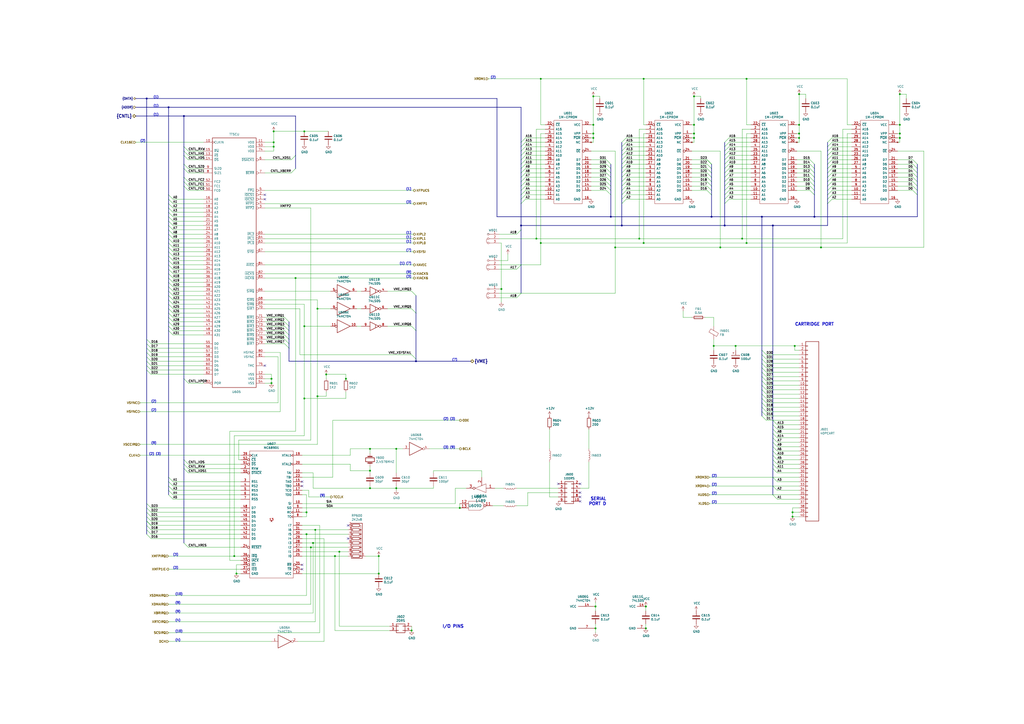
<source format=kicad_sch>
(kicad_sch (version 20231120) (generator "eeschema") (generator_version "8.0")
  (paper "A2")
  (lib_symbols
    (symbol "Atari-TT030:1488-Atari" (pin_names (offset 0.762))
      (property "Reference" "U19" (at 0 -3.81 0))
      (property "Value" "1488-Atari" (at 0 3.81 0))
      (symbol "1488-Atari_1_1"
        (pin passive line (at -8.89 0 0) (length 5.08) (name "~") (number "2"))
        (pin passive inverted (at 10.16 0 180) (length 5.08) (name "~") (number "3"))
      )
      (symbol "1488-Atari_1_2"
        (pin passive inverted (at -15.24 -2.54 0) (length 9.398) (name "~") (number "2"))
        (pin passive line (at 15.24 0 180) (length 7.62) (name "~") (number "3"))
        (pin passive line (at -15.24 2.54 0) (length 7.62) (name "~") (number "4"))
      )
      (symbol "1488-Atari_2_1"
        (pin passive line (at -8.89 1.27 0) (length 5.08) (name "~") (number "4"))
        (pin passive line (at -8.89 -1.27 0) (length 5.08) (name "~") (number "5"))
        (pin passive inverted (at 10.16 0 180) (length 5.08) (name "~") (number "6"))
      )
      (symbol "1488-Atari_2_2"
        (pin passive line (at -15.24 2.54 0) (length 7.62) (name "~") (number "4"))
        (pin passive inverted (at -15.24 -2.54 0) (length 9.398) (name "~") (number "5"))
        (pin passive line (at 15.24 0 180) (length 7.62) (name "~") (number "6"))
      )
      (symbol "1488-Atari_3_1"
        (pin passive line (at -8.89 1.27 0) (length 5.08) (name "~") (number "10"))
        (pin passive inverted (at 10.16 0 180) (length 5.08) (name "~") (number "8"))
        (pin passive line (at -8.89 -1.27 0) (length 5.08) (name "~") (number "9"))
      )
      (symbol "1488-Atari_3_2"
        (pin passive inverted (at -15.24 -2.54 0) (length 9.398) (name "~") (number "10"))
        (pin passive line (at -15.24 2.54 0) (length 7.62) (name "~") (number "4"))
        (pin passive line (at 15.24 0 180) (length 7.62) (name "~") (number "8"))
      )
      (symbol "1488-Atari_4_1"
        (pin passive inverted (at 10.16 0 180) (length 5.08) (name "~") (number "11"))
        (pin passive line (at -8.89 1.27 0) (length 5.08) (name "~") (number "12"))
        (pin passive line (at -8.89 -1.27 0) (length 5.08) (name "~") (number "13"))
      )
      (symbol "1488-Atari_4_2"
        (pin passive line (at 15.24 0 180) (length 7.62) (name "~") (number "11"))
        (pin passive inverted (at -15.24 -2.54 0) (length 9.398) (name "~") (number "13"))
        (pin passive line (at -15.24 2.54 0) (length 7.62) (name "~") (number "4"))
      )
      (symbol "1488-Atari_5_1"
        (pin power_in line (at 11.43 3.81 180) (length 7.5946) (name "Vee") (number "1"))
        (pin passive line (at 8.89 6.35 180) (length 5.08) (name "Vcc") (number "14"))
        (pin passive line (at 8.89 -7.62 180) (length 5.08) (name "GND") (number "7"))
      )
      (symbol "1488-Atari_5_2"
        (pin passive inverted (at -15.24 -2.54 0) (length 9.398) (name "~") (number "2"))
        (pin passive line (at 15.24 0 180) (length 7.62) (name "~") (number "3"))
        (pin passive line (at -15.24 2.54 0) (length 7.62) (name "~") (number "4"))
      )
    )
    (symbol "Atari-TT030:1489-atarist" (pin_names (offset 0.762))
      (property "Reference" "U20" (at 3.81 3.81 0))
      (property "Value" "1489-atarist" (at 5.08 -2.54 0))
      (symbol "1489-atarist_1_0"
        (pin input line (at 0 -6.35 90) (length 4.9022) (name "~") (number "2"))
      )
      (symbol "1489-atarist_1_1"
        (pin input line (at -7.62 0 0) (length 5.08) (name "~") (number "1"))
        (pin tri_state inverted (at 8.89 0 180) (length 5.08) (name "~") (number "3"))
      )
      (symbol "1489-atarist_2_0"
        (pin input line (at 0 -6.35 90) (length 4.9022) (name "~") (number "5"))
      )
      (symbol "1489-atarist_2_1"
        (pin input line (at -7.62 0 0) (length 5.08) (name "~") (number "4"))
        (pin tri_state inverted (at 8.89 0 180) (length 5.08) (name "~") (number "6"))
      )
      (symbol "1489-atarist_3_0"
        (pin input line (at 0 -6.35 90) (length 4.9022) (name "~") (number "9"))
      )
      (symbol "1489-atarist_3_1"
        (pin input line (at -7.62 0 0) (length 5.08) (name "~") (number "10"))
        (pin tri_state inverted (at 8.89 0 180) (length 5.08) (name "~") (number "8"))
      )
      (symbol "1489-atarist_4_0"
        (pin input line (at 0 -6.35 90) (length 4.9022) (name "~") (number "12"))
      )
      (symbol "1489-atarist_4_1"
        (pin tri_state inverted (at 8.89 0 180) (length 5.08) (name "~") (number "11"))
        (pin input line (at -7.62 0 0) (length 5.08) (name "~") (number "13"))
      )
      (symbol "1489-atarist_5_1"
        (pin power_in line (at 5.08 6.35 180) (length 5.08) (name "VCC") (number "14"))
        (pin power_in line (at 5.08 -6.35 180) (length 5.08) (name "GND") (number "7"))
      )
    )
    (symbol "Atari-TT030:7406-Atari" (pin_names (offset 0.762))
      (property "Reference" "U" (at 3.81 8.89 0))
      (property "Value" "7406-Atari" (at 3.81 -7.62 0))
      (symbol "7406-Atari_1_1"
        (pin input line (at -7.62 0 0) (length 5.08) (name "~") (number "1"))
        (pin open_collector inverted (at 7.62 0 180) (length 5.08) (name "~") (number "2"))
      )
      (symbol "7406-Atari_2_1"
        (pin input line (at -7.62 0 0) (length 5.08) (name "~") (number "3"))
        (pin open_collector inverted (at 7.62 0 180) (length 5.08) (name "~") (number "4"))
      )
      (symbol "7406-Atari_3_1"
        (pin input line (at -7.62 0 0) (length 5.08) (name "~") (number "5"))
        (pin open_collector inverted (at 7.62 0 180) (length 5.08) (name "~") (number "6"))
      )
      (symbol "7406-Atari_4_1"
        (pin open_collector inverted (at 7.62 0 180) (length 5.08) (name "~") (number "8"))
        (pin input line (at -7.62 0 0) (length 5.08) (name "~") (number "9"))
      )
      (symbol "7406-Atari_5_1"
        (pin output inverted (at 7.62 0 180) (length 5.08) (name "~") (number "10"))
        (pin input line (at -7.62 0 0) (length 5.08) (name "~") (number "11"))
      )
      (symbol "7406-Atari_6_1"
        (pin open_collector inverted (at 7.62 0 180) (length 5.08) (name "~") (number "12"))
        (pin input line (at -7.62 0 0) (length 5.08) (name "~") (number "13"))
      )
      (symbol "7406-Atari_7_1"
        (pin power_in line (at 7.62 6.35 180) (length 5.08) (name "VCC") (number "14"))
        (pin power_in line (at 7.62 -6.35 180) (length 5.08) (name "GND") (number "7"))
      )
    )
    (symbol "Atari-TT030:74HCT04-Atari" (pin_names (offset 1.016))
      (property "Reference" "U" (at 0 1.27 0))
      (property "Value" "74HCT04-Atari" (at 0 -1.27 0))
      (symbol "74HCT04-Atari_1_0"
        (pin input line (at -7.62 0 0) (length 3.81) (name "~") (number "1"))
        (pin output inverted (at 7.62 0 180) (length 3.81) (name "~") (number "2"))
      )
      (symbol "74HCT04-Atari_2_0"
        (pin input line (at -7.62 0 0) (length 3.81) (name "~") (number "3"))
        (pin output inverted (at 7.62 0 180) (length 3.81) (name "~") (number "4"))
      )
      (symbol "74HCT04-Atari_3_0"
        (pin input inverted (at -7.62 0 0) (length 3.81) (name "~") (number "5"))
        (pin output line (at 7.62 0 180) (length 3.81) (name "~") (number "6"))
      )
      (symbol "74HCT04-Atari_4_0"
        (pin output line (at 7.62 0 180) (length 3.81) (name "~") (number "8"))
        (pin input inverted (at -7.62 0 0) (length 3.81) (name "~") (number "9"))
      )
      (symbol "74HCT04-Atari_5_0"
        (pin output line (at 7.62 0 180) (length 3.81) (name "~") (number "10"))
        (pin input inverted (at -7.62 0 0) (length 3.81) (name "~") (number "11"))
      )
      (symbol "74HCT04-Atari_6_0"
        (pin output inverted (at 7.62 0 180) (length 3.81) (name "~") (number "12"))
        (pin input line (at -7.62 0 0) (length 3.81) (name "~") (number "13"))
      )
      (symbol "74HCT04-Atari_7_0"
        (pin power_in line (at 6.35 6.35 180) (length 10.0076) (name "VCC") (number "14"))
        (pin power_in line (at 6.35 -6.35 180) (length 10.0076) (name "GND") (number "7"))
      )
    )
    (symbol "Atari-TT030:CART-TT-Atari" (pin_names (offset 1.016) hide)
      (property "Reference" "J" (at 0 52.07 0))
      (property "Value" "CART-TT-Atari" (at 0 -55.88 0))
      (symbol "CART-TT-Atari_1_1"
        (pin passive line (at -5.08 48.26 0) (length 3.81) (name "Pin_1") (number "1"))
        (pin passive line (at -5.08 25.4 0) (length 3.81) (name "Pin_10") (number "10"))
        (pin passive line (at -5.08 22.86 0) (length 3.81) (name "Pin_11") (number "11"))
        (pin passive line (at -5.08 20.32 0) (length 3.81) (name "Pin_12") (number "12"))
        (pin passive line (at -5.08 17.78 0) (length 3.81) (name "Pin_13") (number "13"))
        (pin passive line (at -5.08 15.24 0) (length 3.81) (name "Pin_14") (number "14"))
        (pin passive line (at -5.08 12.7 0) (length 3.81) (name "Pin_15") (number "15"))
        (pin passive line (at -5.08 10.16 0) (length 3.81) (name "Pin_16") (number "16"))
        (pin passive line (at -5.08 7.62 0) (length 3.81) (name "Pin_17") (number "17"))
        (pin passive line (at -5.08 5.08 0) (length 3.81) (name "Pin_18") (number "18"))
        (pin passive line (at -5.08 2.54 0) (length 3.81) (name "Pin_19") (number "19"))
        (pin passive line (at -5.08 45.72 0) (length 3.81) (name "Pin_2") (number "2"))
        (pin passive line (at -5.08 0 0) (length 3.81) (name "Pin_20") (number "20"))
        (pin passive line (at -5.08 -2.54 0) (length 3.81) (name "Pin_21") (number "21"))
        (pin passive line (at -5.08 -5.08 0) (length 3.81) (name "Pin_22") (number "22"))
        (pin passive line (at -5.08 -7.62 0) (length 3.81) (name "Pin_23") (number "23"))
        (pin passive line (at -5.08 -10.16 0) (length 3.81) (name "Pin_24") (number "24"))
        (pin passive line (at -5.08 -12.7 0) (length 3.81) (name "Pin_25") (number "25"))
        (pin passive line (at -5.08 -15.24 0) (length 3.81) (name "Pin_26") (number "26"))
        (pin passive line (at -5.08 -17.78 0) (length 3.81) (name "Pin_27") (number "27"))
        (pin passive line (at -5.08 -20.32 0) (length 3.81) (name "Pin_28") (number "28"))
        (pin passive line (at -5.08 -22.86 0) (length 3.81) (name "Pin_29") (number "29"))
        (pin passive line (at -5.08 43.18 0) (length 3.81) (name "Pin_3") (number "3"))
        (pin passive line (at -5.08 -25.4 0) (length 3.81) (name "Pin_30") (number "30"))
        (pin passive line (at -5.08 -27.94 0) (length 3.81) (name "Pin_31") (number "31"))
        (pin passive line (at -5.08 -30.48 0) (length 3.81) (name "Pin_32") (number "32"))
        (pin passive line (at -5.08 -33.02 0) (length 3.81) (name "Pin_33") (number "33"))
        (pin passive line (at -5.08 -35.56 0) (length 3.81) (name "Pin_34") (number "34"))
        (pin passive line (at -5.08 -38.1 0) (length 3.81) (name "Pin_35") (number "35"))
        (pin passive line (at -5.08 -40.64 0) (length 3.81) (name "Pin_36") (number "36"))
        (pin passive line (at -5.08 -43.18 0) (length 3.81) (name "Pin_37") (number "37"))
        (pin passive line (at -5.08 -45.72 0) (length 3.81) (name "Pin_38") (number "38"))
        (pin passive line (at -5.08 -48.26 0) (length 3.81) (name "Pin_39") (number "39"))
        (pin passive line (at -5.08 40.64 0) (length 3.81) (name "Pin_4") (number "4"))
        (pin passive line (at -5.08 -50.8 0) (length 3.81) (name "Pin_40") (number "40"))
        (pin passive line (at -5.08 38.1 0) (length 3.81) (name "Pin_5") (number "5"))
        (pin passive line (at -5.08 35.56 0) (length 3.81) (name "Pin_6") (number "6"))
        (pin passive line (at -5.08 33.02 0) (length 3.81) (name "Pin_7") (number "7"))
        (pin passive line (at -5.08 30.48 0) (length 3.81) (name "Pin_8") (number "8"))
        (pin passive line (at -5.08 27.94 0) (length 3.81) (name "Pin_9") (number "9"))
      )
    )
    (symbol "Atari-TT030:CP-Device" (pin_numbers hide) (pin_names (offset 0.254))
      (property "Reference" "C" (at 0.635 2.54 0))
      (property "Value" "CP-Device" (at 0.635 -2.54 0))
      (symbol "CP-Device_1_1"
        (pin passive line (at 0 3.81 270) (length 2.794) (name "~") (number "1"))
        (pin passive line (at 0 -3.81 90) (length 2.794) (name "~") (number "2"))
      )
    )
    (symbol "Atari-TT030:Ferrite_Bead-Device" (pin_numbers hide) (pin_names (offset 0))
      (property "Reference" "FB" (at -3.81 0.635 90))
      (property "Value" "Ferrite_Bead-Device" (at 3.81 0 90))
      (symbol "Ferrite_Bead-Device_1_1"
        (pin passive line (at 0 3.81 270) (length 2.54) (name "~") (number "1"))
        (pin passive line (at 0 -3.81 90) (length 2.54) (name "~") (number "2"))
      )
    )
    (symbol "Atari-TT030:J600-Atari" (pin_names (offset 1.016) hide)
      (property "Reference" "J" (at 1.27 7.62 0))
      (property "Value" "J600-Atari" (at 1.27 -7.62 0))
      (symbol "J600-Atari_1_1"
        (pin passive line (at -5.08 5.08 0) (length 3.81) (name "Pin_1") (number "1"))
        (pin passive line (at 7.62 -5.08 180) (length 3.81) (name "Pin_10") (number "10"))
        (pin passive line (at 7.62 5.08 180) (length 3.81) (name "Pin_2") (number "2"))
        (pin passive line (at -5.08 2.54 0) (length 3.81) (name "Pin_3") (number "3"))
        (pin passive line (at 7.62 2.54 180) (length 3.81) (name "Pin_4") (number "4"))
        (pin passive line (at -5.08 0 0) (length 3.81) (name "Pin_5") (number "5"))
        (pin passive line (at 7.62 0 180) (length 3.81) (name "Pin_6") (number "6"))
        (pin passive line (at -5.08 -2.54 0) (length 3.81) (name "Pin_7") (number "7"))
        (pin passive line (at 7.62 -2.54 180) (length 3.81) (name "Pin_8") (number "8"))
        (pin passive line (at -5.08 -5.08 0) (length 3.81) (name "Pin_9") (number "9"))
      )
    )
    (symbol "Atari-TT030:J602-Atari" (pin_names (offset 1.016) hide)
      (property "Reference" "J" (at 1.27 2.54 0))
      (property "Value" "J602-Atari" (at 1.27 -5.08 0))
      (symbol "J602-Atari_1_1"
        (pin passive line (at -5.08 0 0) (length 3.81) (name "Pin_1") (number "1"))
        (pin passive line (at 7.62 0 180) (length 3.81) (name "Pin_2") (number "2"))
        (pin passive line (at -5.08 -2.54 0) (length 3.81) (name "Pin_3") (number "3"))
        (pin passive line (at 7.62 -2.54 180) (length 3.81) (name "Pin_4") (number "4"))
      )
    )
    (symbol "Atari-TT030:Jumper_3_Bridged23-Atari" (pin_names (offset 0) hide)
      (property "Reference" "JP" (at 0 5.08 0))
      (property "Value" "Jumper_3_Bridged23-Atari" (at 2.54 -8.89 0))
      (symbol "Jumper_3_Bridged23-Atari_1_1"
        (pin passive line (at 6.35 2.54 180) (length 5.08) (name "A") (number "1"))
        (pin input line (at 6.35 0 180) (length 5.08) (name "C") (number "2"))
        (pin passive line (at 6.35 -2.54 180) (length 5.08) (name "B") (number "3"))
      )
    )
    (symbol "Atari-TT030:MC68901-Atari" (pin_names (offset 1.016))
      (property "Reference" "U" (at 0 -35.56 0))
      (property "Value" "MC68901-Atari" (at 0 40.64 0))
      (symbol "MC68901-Atari_1_1"
        (pin input line (at 17.78 8.89 180) (length 5.08) (name "SI") (number "10"))
        (pin input clock (at 17.78 3.81 180) (length 5.08) (name "RC") (number "11"))
        (pin power_in line (at 17.78 -31.75 180) (length 5.08) (name "VCC") (number "12"))
        (pin no_connect line (at 0 -1.27 0) (length 0) (name "MPX") (number "13"))
        (pin output line (at 17.78 21.59 180) (length 5.08) (name "TAO") (number "15"))
        (pin output line (at 17.78 19.05 180) (length 5.08) (name "TBO") (number "16"))
        (pin output line (at 17.78 16.51 180) (length 5.08) (name "TCO") (number "17"))
        (pin output line (at 17.78 13.97 180) (length 5.08) (name "TDO") (number "18"))
        (pin input clock (at 17.78 36.83 180) (length 5.08) (name "XTAL1") (number "19"))
        (pin input line (at -17.78 29.21 0) (length 5.08) (name "RXW") (number "2"))
        (pin input clock (at 17.78 31.75 180) (length 5.08) (name "XTAL2") (number "20"))
        (pin input line (at 17.78 26.67 180) (length 5.08) (name "TAI") (number "22"))
        (pin input line (at 17.78 24.13 180) (length 5.08) (name "TBI") (number "23"))
        (pin input inverted (at -17.78 -16.51 0) (length 5.08) (name "~{RESET}") (number "24"))
        (pin input line (at 17.78 -21.59 180) (length 5.08) (name "I0") (number "25"))
        (pin input line (at 17.78 -19.05 180) (length 5.08) (name "I1") (number "26"))
        (pin input line (at 17.78 -16.51 180) (length 5.08) (name "I2") (number "27"))
        (pin input line (at 17.78 -13.97 180) (length 5.08) (name "I3") (number "28"))
        (pin input line (at 17.78 -11.43 180) (length 5.08) (name "I4") (number "29"))
        (pin input line (at -17.78 21.59 0) (length 5.08) (name "RS1") (number "3"))
        (pin input line (at 17.78 -8.89 180) (length 5.08) (name "I5") (number "30"))
        (pin input line (at 17.78 -6.35 180) (length 5.08) (name "I6") (number "31"))
        (pin input line (at 17.78 -3.81 180) (length 5.08) (name "I7") (number "32"))
        (pin output inverted (at 17.78 -29.21 180) (length 5.08) (name "~{TR}") (number "34"))
        (pin output inverted (at 17.78 -26.67 180) (length 5.08) (name "~{RR}") (number "35"))
        (pin output inverted (at -17.78 -21.59 0) (length 5.08) (name "~{IRQ}") (number "36"))
        (pin output inverted (at -17.78 -29.21 0) (length 5.08) (name "~{IEO}") (number "37"))
        (pin input inverted (at -17.78 -26.67 0) (length 5.08) (name "~{IEI}") (number "38"))
        (pin input clock (at -17.78 36.83 0) (length 5.08) (name "CLK") (number "39"))
        (pin input line (at -17.78 19.05 0) (length 5.08) (name "RS2") (number "4"))
        (pin power_in line (at -17.78 -31.75 0) (length 5.08) (name "GND") (number "40"))
        (pin input line (at -17.78 -11.43 0) (length 5.08) (name "D0") (number "41"))
        (pin input line (at -17.78 -8.89 0) (length 5.08) (name "D1") (number "42"))
        (pin input line (at -17.78 -6.35 0) (length 5.08) (name "D2") (number "43"))
        (pin input line (at -17.78 -3.81 0) (length 5.08) (name "D3") (number "44"))
        (pin input line (at -17.78 -1.27 0) (length 5.08) (name "D4") (number "45"))
        (pin input line (at -17.78 1.27 0) (length 5.08) (name "D5") (number "46"))
        (pin input line (at -17.78 3.81 0) (length 5.08) (name "D6") (number "47"))
        (pin input line (at -17.78 6.35 0) (length 5.08) (name "D7") (number "48"))
        (pin input inverted (at -17.78 -24.13 0) (length 5.08) (name "~{IACK}") (number "49"))
        (pin input line (at -17.78 16.51 0) (length 5.08) (name "RS3") (number "5"))
        (pin output inverted (at -17.78 26.67 0) (length 5.08) (name "~{DTACK}") (number "50"))
        (pin input inverted (at -17.78 31.75 0) (length 5.08) (name "~{DS}") (number "51"))
        (pin input inverted (at -17.78 34.29 0) (length 5.08) (name "~{CS}") (number "52"))
        (pin input line (at -17.78 13.97 0) (length 5.08) (name "RS4") (number "6"))
        (pin input line (at -17.78 11.43 0) (length 5.08) (name "RS5") (number "7"))
        (pin input clock (at 17.78 1.27 180) (length 5.08) (name "TC") (number "8"))
        (pin output line (at 17.78 6.35 180) (length 5.08) (name "SO") (number "9"))
      )
    )
    (symbol "Atari-TT030:RP8-Atari" (pin_names (offset 0) hide)
      (property "Reference" "RN" (at 0 11.43 0))
      (property "Value" "RP8-Atari" (at 0 -11.43 0))
      (symbol "RP8-Atari_1_1"
        (pin passive line (at 5.08 8.89 180) (length 2.54) (name "common") (number "1"))
        (pin passive line (at -5.08 -8.89 0) (length 2.54) (name "R8") (number "2"))
        (pin passive line (at -5.08 -6.35 0) (length 2.54) (name "R7") (number "3"))
        (pin passive line (at -5.08 -3.81 0) (length 2.54) (name "R6") (number "4"))
        (pin passive line (at -5.08 -1.27 0) (length 2.54) (name "R5") (number "5"))
        (pin passive line (at -5.08 1.27 0) (length 2.54) (name "R4") (number "6"))
        (pin passive line (at -5.08 3.81 0) (length 2.54) (name "R3") (number "7"))
        (pin passive line (at -5.08 6.35 0) (length 2.54) (name "R2") (number "8"))
        (pin passive line (at -5.08 8.89 0) (length 2.54) (name "R1") (number "9"))
      )
    )
    (symbol "Atari-TT030:TT-TOS-Atari" (pin_names (offset 1.016))
      (property "Reference" "U" (at 0 -33.02 0))
      (property "Value" "TT-TOS-Atari" (at 0 21.59 0))
      (symbol "TT-TOS-Atari_0_0"
        (pin power_in line (at 13.97 -26.67 180) (length 5.08) (name "GND") (number "16"))
        (pin no_connect line (at 13.97 6.35 180) (length 5.08) (name "NC") (number "30"))
        (pin power_in line (at 13.97 16.51 180) (length 5.08) (name "VCC") (number "32"))
      )
      (symbol "TT-TOS-Atari_1_1"
        (pin input line (at 13.97 11.43 180) (length 5.08) (name "VPP") (number "1"))
        (pin input line (at -12.7 -21.59 0) (length 5.08) (name "A2") (number "10"))
        (pin input line (at -12.7 -24.13 0) (length 5.08) (name "A1") (number "11"))
        (pin input line (at -12.7 -26.67 0) (length 5.08) (name "A0") (number "12"))
        (pin tri_state line (at 13.97 -21.59 180) (length 5.08) (name "D0") (number "13"))
        (pin tri_state line (at 13.97 -19.05 180) (length 5.08) (name "D1") (number "14"))
        (pin tri_state line (at 13.97 -16.51 180) (length 5.08) (name "D2") (number "15"))
        (pin tri_state line (at 13.97 -13.97 180) (length 5.08) (name "D3") (number "17"))
        (pin tri_state line (at 13.97 -11.43 180) (length 5.08) (name "D4") (number "18"))
        (pin tri_state line (at 13.97 -8.89 180) (length 5.08) (name "D5") (number "19"))
        (pin input line (at -12.7 13.97 0) (length 5.08) (name "A16") (number "2"))
        (pin tri_state line (at 13.97 -6.35 180) (length 5.08) (name "D6") (number "20"))
        (pin tri_state line (at 13.97 -3.81 180) (length 5.08) (name "D7") (number "21"))
        (pin input inverted (at -12.7 16.51 0) (length 5.08) (name "~{CE}") (number "22"))
        (pin input line (at -12.7 -1.27 0) (length 5.08) (name "A10") (number "23"))
        (pin input inverted (at 13.97 1.27 180) (length 5.08) (name "~{OE}") (number "24"))
        (pin input line (at -12.7 1.27 0) (length 5.08) (name "A11") (number "25"))
        (pin input line (at -12.7 -3.81 0) (length 5.08) (name "A9") (number "26"))
        (pin input line (at -12.7 -6.35 0) (length 5.08) (name "A8") (number "27"))
        (pin input line (at -12.7 6.35 0) (length 5.08) (name "A13") (number "28"))
        (pin input line (at -12.7 8.89 0) (length 5.08) (name "A14") (number "29"))
        (pin input line (at -12.7 11.43 0) (length 5.08) (name "A15") (number "3"))
        (pin input inverted (at 13.97 8.89 180) (length 5.08) (name "~{PGM}") (number "31"))
        (pin input line (at -12.7 3.81 0) (length 5.08) (name "A12") (number "4"))
        (pin input line (at -12.7 -8.89 0) (length 5.08) (name "A7") (number "5"))
        (pin input line (at -12.7 -11.43 0) (length 5.08) (name "A6") (number "6"))
        (pin input line (at -12.7 -13.97 0) (length 5.08) (name "A5") (number "7"))
        (pin input line (at -12.7 -16.51 0) (length 5.08) (name "A4") (number "8"))
        (pin input line (at -12.7 -19.05 0) (length 5.08) (name "A3") (number "9"))
      )
    )
    (symbol "Atari-TT030:TTSCU-Atari" (pin_names (offset 1.016))
      (property "Reference" "U" (at 1.27 -7.62 0))
      (property "Value" "TTSCU-Atari" (at 1.27 -7.62 0))
      (symbol "TTSCU-Atari_0_0"
        (pin input inverted (at 16.51 36.83 180) (length 5.08) (name "~{IOCS2}") (number "1"))
        (pin input clock (at -19.05 69.85 0) (length 5.08) (name "CLKIN") (number "10"))
        (pin power_in line (at 16.51 69.85 180) (length 5.08) (name "VDD") (number "11"))
        (pin power_in line (at 16.51 -64.77 180) (length 5.08) (name "VSS") (number "12"))
        (pin input line (at -19.05 62.23 0) (length 5.08) (name "~{AS}") (number "13"))
        (pin input line (at -19.05 59.69 0) (length 5.08) (name "~{DS}") (number "14"))
        (pin input line (at -19.05 64.77 0) (length 5.08) (name "~{RW}") (number "15"))
        (pin input line (at -19.05 36.83 0) (length 5.08) (name "A0") (number "16"))
        (pin input line (at -19.05 34.29 0) (length 5.08) (name "A1") (number "17"))
        (pin input line (at -19.05 31.75 0) (length 5.08) (name "A2") (number "18"))
        (pin input line (at -19.05 29.21 0) (length 5.08) (name "A3") (number "19"))
        (pin input inverted (at 16.51 39.37 180) (length 5.08) (name "~{IOCS1}") (number "2"))
        (pin input line (at -19.05 26.67 0) (length 5.08) (name "A4") (number "20"))
        (pin input line (at -19.05 24.13 0) (length 5.08) (name "A5") (number "21"))
        (pin input line (at -19.05 21.59 0) (length 5.08) (name "A6") (number "22"))
        (pin input line (at -19.05 19.05 0) (length 5.08) (name "A7") (number "23"))
        (pin input line (at -19.05 16.51 0) (length 5.08) (name "A8") (number "24"))
        (pin input line (at -19.05 13.97 0) (length 5.08) (name "A9") (number "25"))
        (pin input line (at -19.05 11.43 0) (length 5.08) (name "A10") (number "26"))
        (pin input line (at -19.05 8.89 0) (length 5.08) (name "A11") (number "27"))
        (pin input line (at -19.05 6.35 0) (length 5.08) (name "A12") (number "28"))
        (pin input line (at -19.05 3.81 0) (length 5.08) (name "A13") (number "29"))
        (pin input inverted (at 16.51 31.75 180) (length 5.08) (name "~{MFP2}") (number "3"))
        (pin input line (at -19.05 1.27 0) (length 5.08) (name "A14") (number "30"))
        (pin input line (at -19.05 -1.27 0) (length 5.08) (name "A15") (number "31"))
        (pin input inverted (at -19.05 -69.85 0) (length 5.08) (name "POR") (number "32"))
        (pin power_in line (at 16.51 -67.31 180) (length 5.08) (name "VSS") (number "33"))
        (pin input line (at -19.05 -3.81 0) (length 5.08) (name "A16") (number "34"))
        (pin input line (at -19.05 -6.35 0) (length 5.08) (name "A17") (number "35"))
        (pin input line (at -19.05 -8.89 0) (length 5.08) (name "A18") (number "36"))
        (pin input line (at -19.05 -11.43 0) (length 5.08) (name "A19") (number "37"))
        (pin input line (at -19.05 -13.97 0) (length 5.08) (name "A20") (number "38"))
        (pin input line (at -19.05 -16.51 0) (length 5.08) (name "A21") (number "39"))
        (pin input inverted (at 16.51 34.29 180) (length 5.08) (name "~{MFP1}") (number "4"))
        (pin input line (at -19.05 -19.05 0) (length 5.08) (name "A22") (number "40"))
        (pin input line (at -19.05 -21.59 0) (length 5.08) (name "A23") (number "41"))
        (pin input line (at -19.05 -24.13 0) (length 5.08) (name "A24") (number "42"))
        (pin input line (at -19.05 -26.67 0) (length 5.08) (name "A25") (number "43"))
        (pin input line (at -19.05 -29.21 0) (length 5.08) (name "A26") (number "44"))
        (pin input line (at -19.05 -31.75 0) (length 5.08) (name "A27") (number "45"))
        (pin input line (at -19.05 -34.29 0) (length 5.08) (name "A28") (number "46"))
        (pin input line (at -19.05 -36.83 0) (length 5.08) (name "A29") (number "47"))
        (pin input line (at -19.05 -39.37 0) (length 5.08) (name "A30") (number "48"))
        (pin input line (at -19.05 -41.91 0) (length 5.08) (name "A31") (number "49"))
        (pin output inverted (at 16.51 41.91 180) (length 5.08) (name "~{FPU}") (number "5"))
        (pin input line (at -19.05 41.91 0) (length 5.08) (name "FC0") (number "50"))
        (pin input line (at -19.05 44.45 0) (length 5.08) (name "FC1") (number "51"))
        (pin input line (at -19.05 46.99 0) (length 5.08) (name "FC2") (number "52"))
        (pin power_in line (at 16.51 67.31 180) (length 5.08) (name "VDD") (number "53"))
        (pin power_in line (at 16.51 -69.85 180) (length 5.08) (name "VSS") (number "54"))
        (pin bidirectional line (at -19.05 -46.99 0) (length 5.08) (name "D0") (number "55"))
        (pin bidirectional line (at -19.05 -49.53 0) (length 5.08) (name "D1") (number "56"))
        (pin bidirectional line (at -19.05 -52.07 0) (length 5.08) (name "D2") (number "57"))
        (pin bidirectional line (at -19.05 -54.61 0) (length 5.08) (name "D3") (number "58"))
        (pin bidirectional line (at -19.05 -57.15 0) (length 5.08) (name "D4") (number "59"))
        (pin input inverted (at 16.51 59.69 180) (length 5.08) (name "~{DSACK1}") (number "6"))
        (pin bidirectional line (at -19.05 -59.69 0) (length 5.08) (name "D5") (number "60"))
        (pin bidirectional line (at -19.05 -62.23 0) (length 5.08) (name "D6") (number "61"))
        (pin bidirectional line (at -19.05 -64.77 0) (length 5.08) (name "D7") (number "62"))
        (pin output inverted (at 16.51 11.43 180) (length 5.08) (name "~{IPL0}") (number "63"))
        (pin output inverted (at 16.51 13.97 180) (length 5.08) (name "~{IPL1}") (number "64"))
        (pin output inverted (at 16.51 16.51 180) (length 5.08) (name "~{IPL2}") (number "65"))
        (pin input inverted (at 16.51 -16.51 180) (length 5.08) (name "~{SIRQ}") (number "66"))
        (pin input inverted (at 16.51 6.35 180) (length 5.08) (name "~{SYSI}") (number "67"))
        (pin input inverted (at 16.51 -21.59 180) (length 5.08) (name "~{SIR5}") (number "68"))
        (pin input inverted (at 16.51 -24.13 180) (length 5.08) (name "~{SIR6}") (number "69"))
        (pin input inverted (at 16.51 52.07 180) (length 5.08) (name "~{BERR}") (number "7"))
        (pin input inverted (at 16.51 -26.67 180) (length 5.08) (name "~{SIR7}") (number "70"))
        (pin input inverted (at 16.51 -31.75 180) (length 5.08) (name "~{BIR1}") (number "71"))
        (pin input inverted (at 16.51 -34.29 180) (length 5.08) (name "~{BIR2}") (number "72"))
        (pin input inverted (at 16.51 -36.83 180) (length 5.08) (name "~{BIR3}") (number "73"))
        (pin power_in line (at 16.51 64.77 180) (length 5.08) (name "VDD") (number "74"))
        (pin input line (at 16.51 -59.69 180) (length 5.08) (name "TMC") (number "75"))
        (pin input inverted (at 16.51 -39.37 180) (length 5.08) (name "~{BIR4}") (number "76"))
        (pin input inverted (at 16.51 -41.91 180) (length 5.08) (name "~{BIR5}") (number "77"))
        (pin input inverted (at 16.51 -44.45 180) (length 5.08) (name "~{BIR6}") (number "78"))
        (pin input inverted (at 16.51 -46.99 180) (length 5.08) (name "~{BIR7}") (number "79"))
        (pin input line (at -19.05 52.07 0) (length 5.08) (name "SIZ1") (number "8"))
        (pin input line (at 16.51 -52.07 180) (length 5.08) (name "HSYNC") (number "80"))
        (pin input line (at 16.51 -54.61 180) (length 5.08) (name "VSYNC") (number "81"))
        (pin input inverted (at 16.51 -6.35 180) (length 5.08) (name "~{IACK5}") (number "82"))
        (pin input inverted (at 16.51 -8.89 180) (length 5.08) (name "~{IACK6}") (number "83"))
        (pin input inverted (at 16.51 -1.27 180) (length 5.08) (name "~{AVEC}") (number "84"))
        (pin input line (at -19.05 54.61 0) (length 5.08) (name "SIZ0") (number "9"))
      )
    )
    (symbol "Device:C" (pin_numbers hide) (pin_names (offset 0.254))
      (property "Reference" "C" (at 0.635 2.54 0))
      (property "Value" "C" (at 0.635 -2.54 0))
      (symbol "C_1_1"
        (pin passive line (at 0 3.81 270) (length 2.794) (name "~") (number "1"))
        (pin passive line (at 0 -3.81 90) (length 2.794) (name "~") (number "2"))
      )
    )
    (symbol "Device:Crystal" (pin_numbers hide) (pin_names (offset 1.016) hide)
      (property "Reference" "Y" (at 0 3.81 0))
      (property "Value" "Crystal" (at 0 -3.81 0))
      (symbol "Crystal_1_1"
        (pin passive line (at -3.81 0 0) (length 1.27) (name "1") (number "1"))
        (pin passive line (at 3.81 0 180) (length 1.27) (name "2") (number "2"))
      )
    )
    (symbol "Device:Fuse" (pin_numbers hide) (pin_names (offset 0))
      (property "Reference" "F" (at 2.032 0 90))
      (property "Value" "Fuse" (at -1.905 0 90))
      (symbol "Fuse_1_1"
        (pin passive line (at 0 3.81 270) (length 1.27) (name "~") (number "1"))
        (pin passive line (at 0 -3.81 90) (length 1.27) (name "~") (number "2"))
      )
    )
    (symbol "Device:L" (pin_numbers hide) (pin_names (offset 1.016) hide)
      (property "Reference" "L" (at -1.27 0 90))
      (property "Value" "L" (at 1.905 0 90))
      (symbol "L_1_1"
        (pin passive line (at 0 3.81 270) (length 1.27) (name "1") (number "1"))
        (pin passive line (at 0 -3.81 90) (length 1.27) (name "2") (number "2"))
      )
    )
    (symbol "Device:R" (pin_numbers hide) (pin_names (offset 0))
      (property "Reference" "R" (at 2.032 0 90))
      (property "Value" "R" (at 0 0 90))
      (symbol "R_1_1"
        (pin passive line (at 0 3.81 270) (length 1.27) (name "~") (number "1"))
        (pin passive line (at 0 -3.81 90) (length 1.27) (name "~") (number "2"))
      )
    )
    (symbol "power:+12V" (power) (pin_numbers hide) (pin_names (offset 0) hide)
      (property "Value" "+12V" (at 0 3.556 0))
      (symbol "+12V_1_1"
        (pin power_in line (at 0 0 90) (length 0) (name "~") (number "1"))
      )
    )
    (symbol "power:GND" (power) (pin_numbers hide) (pin_names (offset 0) hide)
      (property "Value" "GND" (at 0 -3.81 0))
      (symbol "GND_1_1"
        (pin power_in line (at 0 0 270) (length 0) (name "~") (number "1"))
      )
    )
    (symbol "power:VCC" (power) (pin_numbers hide) (pin_names (offset 0) hide)
      (property "Value" "VCC" (at 0 3.556 0))
      (symbol "VCC_1_1"
        (pin power_in line (at 0 0 90) (length 0) (name "~") (number "1"))
      )
    )
  )
  (bus_alias "VME" (members "VME_XIRQ[0..7]" "VME_XSYSFAIL" "VME_D[0..15]" "VME_A[0..23]" "VME_XBBSY" "VME_XACFAIL" "VME_BGOUT" "VME_SYSCLK" "VME_XBRX" "VME_XWRITE" "VME_AM[0..4]" "VME_XBCLR" "VME_XIACK" "VME_XIAOUT" "VME_XLWORD" "VME_XBRX" "VME_AMH" "VME_XVDS[0..1]" "VME_INHVME" "VME_XVAS"))
  (junction (at 463.55 77.47))
  (junction (at 374.65 351.79))
  (junction (at 414.02 200.66))
  (junction (at 472.44 125.73))
  (junction (at 344.17 77.47))
  (junction (at 313.69 140.97))
  (junction (at 344.17 80.01))
  (junction (at 402.59 77.47))
  (junction (at 426.72 200.66))
  (junction (at 521.97 80.01))
  (junction (at 521.97 54.61))
  (junction (at 302.26 130.81))
  (junction (at 344.17 72.39))
  (junction (at 177.8 297.18))
  (junction (at 85.09 57.15))
  (junction (at 157.48 219.71))
  (junction (at 176.53 76.2))
  (junction (at 238.76 365.76))
  (junction (at 463.55 80.01))
  (junction (at 311.15 138.43))
  (junction (at 374.65 364.49))
  (junction (at 194.31 322.58))
  (junction (at 441.96 125.73))
  (junction (at 176.53 189.23))
  (junction (at 463.55 54.61))
  (junction (at 420.37 130.81))
  (junction (at 356.87 143.51))
  (junction (at 344.17 55.88))
  (junction (at 448.31 130.81))
  (junction (at 360.68 130.81))
  (junction (at 106.68 67.31))
  (junction (at 135.89 322.58))
  (junction (at 189.23 217.17))
  (junction (at 345.44 351.79))
  (junction (at 373.38 45.72))
  (junction (at 433.07 45.72))
  (junction (at 370.84 138.43))
  (junction (at 137.16 332.74))
  (junction (at 430.53 138.43))
  (junction (at 459.74 297.18))
  (junction (at 158.75 76.2))
  (junction (at 521.97 77.47))
  (junction (at 214.63 283.21))
  (junction (at 184.15 229.87))
  (junction (at 181.61 314.96))
  (junction (at 290.83 167.64))
  (junction (at 196.85 320.04))
  (junction (at 157.48 222.25))
  (junction (at 266.7 294.64))
  (junction (at 521.97 72.39))
  (junction (at 214.63 273.05))
  (junction (at 433.07 140.97))
  (junction (at 412.75 125.73))
  (junction (at 158.75 82.55))
  (junction (at 229.87 260.35))
  (junction (at 180.34 317.5))
  (junction (at 219.71 332.74))
  (junction (at 476.25 143.51))
  (junction (at 184.15 179.07))
  (junction (at 229.87 283.21))
  (junction (at 200.66 219.71))
  (junction (at 171.45 161.29))
  (junction (at 214.63 260.35))
  (junction (at 354.33 125.73))
  (junction (at 402.59 55.88))
  (junction (at 345.44 364.49))
  (junction (at 461.01 200.66))
  (junction (at 417.83 143.51))
  (junction (at 177.8 309.88))
  (junction (at 463.55 72.39))
  (junction (at 402.59 80.01))
  (junction (at 182.88 307.34))
  (junction (at 158.75 85.09))
  (junction (at 219.71 322.58))
  (junction (at 313.69 45.72))
  (junction (at 241.3 209.55))
  (junction (at 97.79 62.23))
  (junction (at 373.38 140.97))
  (junction (at 176.53 231.14))
  (junction (at 459.74 299.72))
  (junction (at 402.59 72.39))
  (no_connect (at 175.26 330.2))
  (no_connect (at 336.55 288.29))
  (no_connect (at 201.93 312.42))
  (no_connect (at 336.55 290.83))
  (no_connect (at 175.26 279.4))
  (no_connect (at 175.26 327.66))
  (no_connect (at 336.55 285.75))
  (no_connect (at 153.67 115.57))
  (no_connect (at 336.55 280.67))
  (no_connect (at 201.93 304.8))
  (no_connect (at 175.26 281.94))
  (no_connect (at 153.67 212.09))
  (no_connect (at 323.85 280.67))
  (no_connect (at 153.67 113.03))
  (bus_entry (at 97.79 179.07) (size 2.54 2.54))
  (bus_entry (at 97.79 130.81) (size 2.54 2.54))
  (bus_entry (at 480.06 92.71) (size 2.54 -2.54))
  (bus_entry (at 529.59 100.33) (size 2.54 2.54))
  (bus_entry (at 97.79 156.21) (size 2.54 2.54))
  (bus_entry (at 360.68 85.09) (size 2.54 -2.54))
  (bus_entry (at 97.79 287.02) (size 2.54 2.54))
  (bus_entry (at 97.79 138.43) (size 2.54 2.54))
  (bus_entry (at 420.37 115.57) (size 2.54 -2.54))
  (bus_entry (at 97.79 166.37) (size 2.54 2.54))
  (bus_entry (at 529.59 107.95) (size 2.54 2.54))
  (bus_entry (at 441.96 223.52) (size 2.54 2.54))
  (bus_entry (at 85.09 196.85) (size 2.54 2.54))
  (bus_entry (at 448.31 287.02) (size 2.54 2.54))
  (bus_entry (at 480.06 95.25) (size 2.54 -2.54))
  (bus_entry (at 85.09 292.1) (size 2.54 2.54))
  (bus_entry (at 448.31 254) (size 2.54 2.54))
  (bus_entry (at 97.79 151.13) (size 2.54 2.54))
  (bus_entry (at 302.26 95.25) (size 2.54 -2.54))
  (bus_entry (at 302.26 107.95) (size 2.54 -2.54))
  (bus_entry (at 168.91 100.33) (size 2.54 -2.54))
  (bus_entry (at 441.96 231.14) (size 2.54 2.54))
  (bus_entry (at 469.9 105.41) (size 2.54 2.54))
  (bus_entry (at 420.37 105.41) (size 2.54 -2.54))
  (bus_entry (at 360.68 102.87) (size 2.54 -2.54))
  (bus_entry (at 410.21 102.87) (size 2.54 2.54))
  (bus_entry (at 302.26 82.55) (size 2.54 -2.54))
  (bus_entry (at 360.68 90.17) (size 2.54 -2.54))
  (bus_entry (at 85.09 204.47) (size 2.54 2.54))
  (bus_entry (at 97.79 128.27) (size 2.54 2.54))
  (bus_entry (at 410.21 92.71) (size 2.54 2.54))
  (bus_entry (at 165.1 186.69) (size 2.54 2.54))
  (bus_entry (at 360.68 87.63) (size 2.54 -2.54))
  (bus_entry (at 97.79 148.59) (size 2.54 2.54))
  (bus_entry (at 529.59 102.87) (size 2.54 2.54))
  (bus_entry (at 85.09 297.18) (size 2.54 2.54))
  (bus_entry (at 441.96 238.76) (size 2.54 2.54))
  (bus_entry (at 448.31 251.46) (size 2.54 2.54))
  (bus_entry (at 106.68 87.63) (size 2.54 2.54))
  (bus_entry (at 106.68 219.71) (size 2.54 2.54))
  (bus_entry (at 302.26 113.03) (size 2.54 -2.54))
  (bus_entry (at 469.9 102.87) (size 2.54 2.54))
  (bus_entry (at 85.09 201.93) (size 2.54 2.54))
  (bus_entry (at 420.37 100.33) (size 2.54 -2.54))
  (bus_entry (at 168.91 92.71) (size 2.54 -2.54))
  (bus_entry (at 469.9 100.33) (size 2.54 2.54))
  (bus_entry (at 480.06 115.57) (size 2.54 -2.54))
  (bus_entry (at 299.72 172.72) (size 2.54 -2.54))
  (bus_entry (at 480.06 100.33) (size 2.54 -2.54))
  (bus_entry (at 441.96 241.3) (size 2.54 2.54))
  (bus_entry (at 420.37 87.63) (size 2.54 -2.54))
  (bus_entry (at 420.37 85.09) (size 2.54 -2.54))
  (bus_entry (at 85.09 199.39) (size 2.54 2.54))
  (bus_entry (at 106.68 107.95) (size 2.54 2.54))
  (bus_entry (at 420.37 118.11) (size 2.54 -2.54))
  (bus_entry (at 441.96 208.28) (size 2.54 2.54))
  (bus_entry (at 360.68 113.03) (size 2.54 -2.54))
  (bus_entry (at 529.59 110.49) (size 2.54 2.54))
  (bus_entry (at 448.31 248.92) (size 2.54 2.54))
  (bus_entry (at 302.26 90.17) (size 2.54 -2.54))
  (bus_entry (at 97.79 173.99) (size 2.54 2.54))
  (bus_entry (at 97.79 158.75) (size 2.54 2.54))
  (bus_entry (at 351.79 110.49) (size 2.54 2.54))
  (bus_entry (at 351.79 92.71) (size 2.54 2.54))
  (bus_entry (at 165.1 194.31) (size 2.54 2.54))
  (bus_entry (at 299.72 156.21) (size 2.54 -2.54))
  (bus_entry (at 441.96 215.9) (size 2.54 2.54))
  (bus_entry (at 480.06 102.87) (size 2.54 -2.54))
  (bus_entry (at 97.79 176.53) (size 2.54 2.54))
  (bus_entry (at 351.79 100.33) (size 2.54 2.54))
  (bus_entry (at 238.76 205.74) (size 2.54 2.54))
  (bus_entry (at 529.59 97.79) (size 2.54 2.54))
  (bus_entry (at 360.68 115.57) (size 2.54 -2.54))
  (bus_entry (at 441.96 205.74) (size 2.54 2.54))
  (bus_entry (at 85.09 209.55) (size 2.54 2.54))
  (bus_entry (at 97.79 120.65) (size 2.54 2.54))
  (bus_entry (at 480.06 90.17) (size 2.54 -2.54))
  (bus_entry (at 106.68 97.79) (size 2.54 2.54))
  (bus_entry (at 360.68 92.71) (size 2.54 -2.54))
  (bus_entry (at 441.96 236.22) (size 2.54 2.54))
  (bus_entry (at 97.79 118.11) (size 2.54 2.54))
  (bus_entry (at 410.21 100.33) (size 2.54 2.54))
  (bus_entry (at 480.06 107.95) (size 2.54 -2.54))
  (bus_entry (at 480.06 97.79) (size 2.54 -2.54))
  (bus_entry (at 302.26 118.11) (size 2.54 -2.54))
  (bus_entry (at 480.06 118.11) (size 2.54 -2.54))
  (bus_entry (at 410.21 105.41) (size 2.54 2.54))
  (bus_entry (at 106.68 85.09) (size 2.54 2.54))
  (bus_entry (at 106.68 95.25) (size 2.54 2.54))
  (bus_entry (at 469.9 110.49) (size 2.54 2.54))
  (bus_entry (at 441.96 233.68) (size 2.54 2.54))
  (bus_entry (at 97.79 163.83) (size 2.54 2.54))
  (bus_entry (at 85.09 307.34) (size 2.54 2.54))
  (bus_entry (at 420.37 107.95) (size 2.54 -2.54))
  (bus_entry (at 165.1 184.15) (size 2.54 2.54))
  (bus_entry (at 302.26 115.57) (size 2.54 -2.54))
  (bus_entry (at 360.68 118.11) (size 2.54 -2.54))
  (bus_entry (at 410.21 97.79) (size 2.54 2.54))
  (bus_entry (at 441.96 210.82) (size 2.54 2.54))
  (bus_entry (at 165.1 196.85) (size 2.54 2.54))
  (bus_entry (at 448.31 261.62) (size 2.54 2.54))
  (bus_entry (at 85.09 207.01) (size 2.54 2.54))
  (bus_entry (at 448.31 276.86) (size 2.54 2.54))
  (bus_entry (at 441.96 220.98) (size 2.54 2.54))
  (bus_entry (at 441.96 228.6) (size 2.54 2.54))
  (bus_entry (at 106.68 90.17) (size 2.54 2.54))
  (bus_entry (at 360.68 105.41) (size 2.54 -2.54))
  (bus_entry (at 302.26 100.33) (size 2.54 -2.54))
  (bus_entry (at 97.79 281.94) (size 2.54 2.54))
  (bus_entry (at 420.37 82.55) (size 2.54 -2.54))
  (bus_entry (at 448.31 281.94) (size 2.54 2.54))
  (bus_entry (at 302.26 110.49) (size 2.54 -2.54))
  (bus_entry (at 97.79 135.89) (size 2.54 2.54))
  (bus_entry (at 448.31 246.38) (size 2.54 2.54))
  (bus_entry (at 360.68 82.55) (size 2.54 -2.54))
  (bus_entry (at 238.76 179.07) (size 2.54 2.54))
  (bus_entry (at 302.26 85.09) (size 2.54 -2.54))
  (bus_entry (at 448.31 243.84) (size 2.54 2.54))
  (bus_entry (at 351.79 102.87) (size 2.54 2.54))
  (bus_entry (at 529.59 92.71) (size 2.54 2.54))
  (bus_entry (at 351.79 97.79) (size 2.54 2.54))
  (bus_entry (at 480.06 85.09) (size 2.54 -2.54))
  (bus_entry (at 448.31 264.16) (size 2.54 2.54))
  (bus_entry (at 85.09 299.72) (size 2.54 2.54))
  (bus_entry (at 85.09 304.8) (size 2.54 2.54))
  (bus_entry (at 480.06 105.41) (size 2.54 -2.54))
  (bus_entry (at 85.09 302.26) (size 2.54 2.54))
  (bus_entry (at 469.9 95.25) (size 2.54 2.54))
  (bus_entry (at 302.26 97.79) (size 2.54 -2.54))
  (bus_entry (at 480.06 82.55) (size 2.54 -2.54))
  (bus_entry (at 480.06 113.03) (size 2.54 -2.54))
  (bus_entry (at 420.37 113.03) (size 2.54 -2.54))
  (bus_entry (at 97.79 123.19) (size 2.54 2.54))
  (bus_entry (at 85.09 294.64) (size 2.54 2.54))
  (bus_entry (at 420.37 97.79) (size 2.54 -2.54))
  (bus_entry (at 441.96 226.06) (size 2.54 2.54))
  (bus_entry (at 360.68 95.25) (size 2.54 -2.54))
  (bus_entry (at 106.68 102.87) (size 2.54 2.54))
  (bus_entry (at 106.68 105.41) (size 2.54 2.54))
  (bus_entry (at 448.31 256.54) (size 2.54 2.54))
  (bus_entry (at 97.79 143.51) (size 2.54 2.54))
  (bus_entry (at 529.59 105.41) (size 2.54 2.54))
  (bus_entry (at 97.79 181.61) (size 2.54 2.54))
  (bus_entry (at 106.68 269.24) (size 2.54 2.54))
  (bus_entry (at 97.79 186.69) (size 2.54 2.54))
  (bus_entry (at 410.21 110.49) (size 2.54 2.54))
  (bus_entry (at 360.68 110.49) (size 2.54 -2.54))
  (bus_entry (at 106.68 314.96) (size 2.54 2.54))
  (bus_entry (at 302.26 92.71) (size 2.54 -2.54))
  (bus_entry (at 360.68 107.95) (size 2.54 -2.54))
  (bus_entry (at 97.79 113.03) (size 2.54 2.54))
  (bus_entry (at 351.79 95.25) (size 2.54 2.54))
  (bus_entry (at 469.9 92.71) (size 2.54 2.54))
  (bus_entry (at 469.9 97.79) (size 2.54 2.54))
  (bus_entry (at 441.96 203.2) (size 2.54 2.54))
  (bus_entry (at 165.1 189.23) (size 2.54 2.54))
  (bus_entry (at 420.37 95.25) (size 2.54 -2.54))
  (bus_entry (at 85.09 309.88) (size 2.54 2.54))
  (bus_entry (at 420.37 110.49) (size 2.54 -2.54))
  (bus_entry (at 85.09 214.63) (size 2.54 2.54))
  (bus_entry (at 420.37 92.71) (size 2.54 -2.54))
  (bus_entry (at 469.9 107.95) (size 2.54 2.54))
  (bus_entry (at 302.26 87.63) (size 2.54 -2.54))
  (bus_entry (at 420.37 90.17) (size 2.54 -2.54))
  (bus_entry (at 97.79 153.67) (size 2.54 2.54))
  (bus_entry (at 360.68 100.33) (size 2.54 -2.54))
  (bus_entry (at 448.31 259.08) (size 2.54 2.54))
  (bus_entry (at 299.72 135.89) (size 2.54 -2.54))
  (bus_entry (at 97.79 161.29) (size 2.54 2.54))
  (bus_entry (at 85.09 302.26) (size 2.54 2.54))
  (bus_entry (at 480.06 87.63) (size 2.54 -2.54))
  (bus_entry (at 238.76 168.91) (size 2.54 2.54))
  (bus_entry (at 97.79 125.73) (size 2.54 2.54))
  (bus_entry (at 529.59 95.25) (size 2.54 2.54))
  (bus_entry (at 97.79 279.4) (size 2.54 2.54))
  (bus_entry (at 97.79 171.45) (size 2.54 2.54))
  (bus_entry (at 480.06 110.49) (size 2.54 -2.54))
  (bus_entry (at 360.68 97.79) (size 2.54 -2.54))
  (bus_entry (at 420.37 102.87) (size 2.54 -2.54))
  (bus_entry (at 97.79 191.77) (size 2.54 2.54))
  (bus_entry (at 97.79 133.35) (size 2.54 2.54))
  (bus_entry (at 351.79 107.95) (size 2.54 2.54))
  (bus_entry (at 448.31 266.7) (size 2.54 2.54))
  (bus_entry (at 97.79 189.23) (size 2.54 2.54))
  (bus_entry (at 97.79 140.97) (size 2.54 2.54))
  (bus_entry (at 97.79 184.15) (size 2.54 2.54))
  (bus_entry (at 165.1 199.39) (size 2.54 2.54))
  (bus_entry (at 97.79 115.57) (size 2.54 2.54))
  (bus_entry (at 441.96 218.44) (size 2.54 2.54))
  (bus_entry (at 97.79 146.05) (size 2.54 2.54))
  (bus_entry (at 302.26 105.41) (size 2.54 -2.54))
  (bus_entry (at 448.31 269.24) (size 2.54 2.54))
  (bus_entry (at 165.1 191.77) (size 2.54 2.54))
  (bus_entry (at 302.26 102.87) (size 2.54 -2.54))
  (bus_entry (at 410.21 92.71) (size 2.54 2.54))
  (bus_entry (at 106.68 266.7) (size 2.54 2.54))
  (bus_entry (at 85.09 212.09) (size 2.54 2.54))
  (bus_entry (at 410.21 107.95) (size 2.54 2.54))
  (bus_entry (at 106.68 271.78) (size 2.54 2.54))
  (bus_entry (at 441.96 213.36) (size 2.54 2.54))
  (bus_entry (at 351.79 105.41) (size 2.54 2.54))
  (bus_entry (at 97.79 168.91) (size 2.54 2.54))
  (bus_entry (at 448.31 271.78) (size 2.54 2.54))
  (bus_entry (at 410.21 95.25) (size 2.54 2.54))
  (bus_entry (at 97.79 284.48) (size 2.54 2.54))
  (bus_entry (at 238.76 189.23) (size 2.54 2.54))
  (bus_entry (at 97.79 276.86) (size 2.54 2.54))
  (wire (pts (xy 373.38 45.72) (xy 433.07 45.72)))
  (bus (pts (xy 420.37 97.79) (xy 420.37 100.33)))
  (wire (pts (xy 356.87 143.51) (xy 356.87 170.18)))
  (wire (pts (xy 448.31 287.02) (xy 463.55 287.02)))
  (bus (pts (xy 78.74 62.23) (xy 97.79 62.23)))
  (bus (pts (xy 441.96 220.98) (xy 441.96 223.52)))
  (wire (pts (xy 450.85 259.08) (xy 463.55 259.08)))
  (wire (pts (xy 525.78 57.15) (xy 525.78 54.61)))
  (wire (pts (xy 396.24 184.15) (xy 401.32 184.15)))
  (wire (pts (xy 153.67 179.07) (xy 173.99 179.07)))
  (bus (pts (xy 85.09 302.26) (xy 85.09 304.8)))
  (bus (pts (xy 97.79 189.23) (xy 97.79 191.77)))
  (wire (pts (xy 374.65 364.49) (xy 374.65 361.95)))
  (wire (pts (xy 450.85 289.56) (xy 463.55 289.56)))
  (bus (pts (xy 420.37 95.25) (xy 420.37 97.79)))
  (wire (pts (xy 100.33 281.94) (xy 139.7 281.94)))
  (bus (pts (xy 480.06 92.71) (xy 480.06 95.25)))
  (bus (pts (xy 441.96 228.6) (xy 441.96 231.14)))
  (wire (pts (xy 158.75 76.2) (xy 158.75 82.55)))
  (wire (pts (xy 97.79 350.52) (xy 180.34 350.52)))
  (wire (pts (xy 459.74 297.18) (xy 459.74 294.64)))
  (wire (pts (xy 100.33 143.51) (xy 118.11 143.51)))
  (wire (pts (xy 153.67 176.53) (xy 176.53 176.53)))
  (wire (pts (xy 289.56 138.43) (xy 311.15 138.43)))
  (wire (pts (xy 180.34 120.65) (xy 180.34 255.27)))
  (wire (pts (xy 100.33 153.67) (xy 118.11 153.67)))
  (bus (pts (xy 360.68 105.41) (xy 360.68 107.95)))
  (wire (pts (xy 153.67 219.71) (xy 157.48 219.71)))
  (wire (pts (xy 100.33 181.61) (xy 118.11 181.61)))
  (wire (pts (xy 153.67 140.97) (xy 240.03 140.97)))
  (bus (pts (xy 97.79 118.11) (xy 97.79 120.65)))
  (bus (pts (xy 441.96 231.14) (xy 441.96 233.68)))
  (wire (pts (xy 153.67 118.11) (xy 240.03 118.11)))
  (bus (pts (xy 360.68 110.49) (xy 360.68 113.03)))
  (wire (pts (xy 306.07 285.75) (xy 323.85 285.75)))
  (wire (pts (xy 184.15 229.87) (xy 184.15 257.81)))
  (wire (pts (xy 100.33 168.91) (xy 118.11 168.91)))
  (bus (pts (xy 441.96 218.44) (xy 441.96 220.98)))
  (bus (pts (xy 241.3 191.77) (xy 241.3 208.28)))
  (wire (pts (xy 177.8 287.02) (xy 175.26 287.02)))
  (wire (pts (xy 100.33 171.45) (xy 118.11 171.45)))
  (wire (pts (xy 100.33 130.81) (xy 118.11 130.81)))
  (wire (pts (xy 100.33 123.19) (xy 118.11 123.19)))
  (bus (pts (xy 360.68 92.71) (xy 360.68 95.25)))
  (wire (pts (xy 374.65 110.49) (xy 363.22 110.49)))
  (bus (pts (xy 241.3 208.28) (xy 241.3 209.55)))
  (wire (pts (xy 313.69 77.47) (xy 316.23 77.47)))
  (bus (pts (xy 420.37 130.81) (xy 360.68 130.81)))
  (bus (pts (xy 106.68 105.41) (xy 106.68 107.95)))
  (wire (pts (xy 97.79 330.2) (xy 139.7 330.2)))
  (wire (pts (xy 304.8 102.87) (xy 316.23 102.87)))
  (wire (pts (xy 520.7 72.39) (xy 521.97 72.39)))
  (wire (pts (xy 304.8 105.41) (xy 316.23 105.41)))
  (wire (pts (xy 494.03 74.93) (xy 488.95 74.93)))
  (wire (pts (xy 417.83 143.51) (xy 476.25 143.51)))
  (bus (pts (xy 106.68 90.17) (xy 106.68 95.25)))
  (bus (pts (xy 97.79 186.69) (xy 97.79 189.23)))
  (wire (pts (xy 408.94 184.15) (xy 414.02 184.15)))
  (wire (pts (xy 444.5 213.36) (xy 463.55 213.36)))
  (wire (pts (xy 109.22 222.25) (xy 118.11 222.25)))
  (wire (pts (xy 97.79 372.11) (xy 157.48 372.11)))
  (bus (pts (xy 480.06 118.11) (xy 480.06 130.81)))
  (wire (pts (xy 462.28 80.01) (xy 463.55 80.01)))
  (wire (pts (xy 459.74 299.72) (xy 459.74 297.18)))
  (wire (pts (xy 109.22 100.33) (xy 118.11 100.33)))
  (wire (pts (xy 180.34 317.5) (xy 180.34 350.52)))
  (wire (pts (xy 200.66 219.71) (xy 200.66 217.17)))
  (bus (pts (xy 472.44 125.73) (xy 441.96 125.73)))
  (wire (pts (xy 401.32 92.71) (xy 410.21 92.71)))
  (wire (pts (xy 100.33 146.05) (xy 118.11 146.05)))
  (wire (pts (xy 175.26 309.88) (xy 177.8 309.88)))
  (wire (pts (xy 370.84 74.93) (xy 370.84 138.43)))
  (wire (pts (xy 175.26 276.86) (xy 193.04 276.86)))
  (bus (pts (xy 360.68 100.33) (xy 360.68 102.87)))
  (wire (pts (xy 459.74 294.64) (xy 463.55 294.64)))
  (wire (pts (xy 175.26 294.64) (xy 266.7 294.64)))
  (bus (pts (xy 106.68 219.71) (xy 106.68 266.7)))
  (wire (pts (xy 97.79 322.58) (xy 135.89 322.58)))
  (wire (pts (xy 462.28 72.39) (xy 463.55 72.39)))
  (wire (pts (xy 304.8 113.03) (xy 316.23 113.03)))
  (bus (pts (xy 167.64 209.55) (xy 241.3 209.55)))
  (wire (pts (xy 100.33 161.29) (xy 118.11 161.29)))
  (bus (pts (xy 97.79 115.57) (xy 97.79 118.11)))
  (bus (pts (xy 97.79 123.19) (xy 97.79 125.73)))
  (wire (pts (xy 302.26 153.67) (xy 313.69 153.67)))
  (wire (pts (xy 87.63 199.39) (xy 118.11 199.39)))
  (wire (pts (xy 344.17 80.01) (xy 344.17 77.47)))
  (wire (pts (xy 444.5 231.14) (xy 463.55 231.14)))
  (wire (pts (xy 520.7 110.49) (xy 529.59 110.49)))
  (wire (pts (xy 109.22 317.5) (xy 139.7 317.5)))
  (bus (pts (xy 354.33 113.03) (xy 354.33 125.73)))
  (wire (pts (xy 162.56 204.47) (xy 162.56 238.76)))
  (bus (pts (xy 448.31 254) (xy 448.31 256.54)))
  (wire (pts (xy 450.85 251.46) (xy 463.55 251.46)))
  (wire (pts (xy 450.85 248.92) (xy 463.55 248.92)))
  (wire (pts (xy 344.17 72.39) (xy 344.17 55.88)))
  (wire (pts (xy 97.79 355.6) (xy 181.61 355.6)))
  (bus (pts (xy 472.44 110.49) (xy 472.44 113.03)))
  (wire (pts (xy 318.77 288.29) (xy 318.77 267.97)))
  (bus (pts (xy 97.79 138.43) (xy 97.79 140.97)))
  (wire (pts (xy 203.2 264.16) (xy 203.2 260.35)))
  (wire (pts (xy 426.72 200.66) (xy 426.72 203.2)))
  (wire (pts (xy 422.91 90.17) (xy 435.61 90.17)))
  (wire (pts (xy 279.4 273.05) (xy 279.4 276.86)))
  (wire (pts (xy 345.44 351.79) (xy 345.44 349.25)))
  (wire (pts (xy 251.46 273.05) (xy 279.4 273.05)))
  (wire (pts (xy 135.89 322.58) (xy 139.7 322.58)))
  (wire (pts (xy 462.28 107.95) (xy 469.9 107.95)))
  (wire (pts (xy 171.45 161.29) (xy 153.67 161.29)))
  (bus (pts (xy 106.68 87.63) (xy 106.68 90.17)))
  (wire (pts (xy 302.26 170.18) (xy 356.87 170.18)))
  (wire (pts (xy 410.21 105.41) (xy 401.32 105.41)))
  (bus (pts (xy 441.96 236.22) (xy 441.96 238.76)))
  (wire (pts (xy 229.87 283.21) (xy 229.87 284.48)))
  (bus (pts (xy 472.44 113.03) (xy 472.44 125.73)))
  (wire (pts (xy 422.91 110.49) (xy 435.61 110.49)))
  (wire (pts (xy 137.16 327.66) (xy 139.7 327.66)))
  (wire (pts (xy 200.66 231.14) (xy 200.66 227.33)))
  (bus (pts (xy 354.33 110.49) (xy 354.33 113.03)))
  (bus (pts (xy 480.06 130.81) (xy 448.31 130.81)))
  (wire (pts (xy 313.69 45.72) (xy 373.38 45.72)))
  (wire (pts (xy 214.63 273.05) (xy 203.2 273.05)))
  (wire (pts (xy 535.94 87.63) (xy 520.7 87.63)))
  (bus (pts (xy 420.37 113.03) (xy 420.37 115.57)))
  (wire (pts (xy 173.99 179.07) (xy 173.99 205.74)))
  (wire (pts (xy 229.87 260.35) (xy 233.68 260.35)))
  (wire (pts (xy 181.61 274.32) (xy 181.61 283.21)))
  (wire (pts (xy 482.6 90.17) (xy 494.03 90.17)))
  (wire (pts (xy 100.33 125.73) (xy 118.11 125.73)))
  (wire (pts (xy 153.67 168.91) (xy 191.77 168.91)))
  (bus (pts (xy 85.09 201.93) (xy 85.09 204.47)))
  (wire (pts (xy 87.63 304.8) (xy 139.7 304.8)))
  (wire (pts (xy 184.15 173.99) (xy 184.15 179.07)))
  (bus (pts (xy 360.68 118.11) (xy 360.68 130.81)))
  (bus (pts (xy 420.37 90.17) (xy 420.37 92.71)))
  (wire (pts (xy 179.07 284.48) (xy 175.26 284.48)))
  (bus (pts (xy 97.79 128.27) (xy 97.79 130.81)))
  (wire (pts (xy 351.79 97.79) (xy 342.9 97.79)))
  (wire (pts (xy 306.07 293.37) (xy 306.07 285.75)))
  (wire (pts (xy 433.07 72.39) (xy 433.07 45.72)))
  (wire (pts (xy 402.59 77.47) (xy 402.59 72.39)))
  (bus (pts (xy 288.29 125.73) (xy 354.33 125.73)))
  (bus (pts (xy 97.79 281.94) (xy 97.79 284.48)))
  (wire (pts (xy 444.5 220.98) (xy 463.55 220.98)))
  (wire (pts (xy 444.5 228.6) (xy 463.55 228.6)))
  (wire (pts (xy 374.65 354.33) (xy 374.65 351.79)))
  (bus (pts (xy 360.68 113.03) (xy 360.68 115.57)))
  (bus (pts (xy 97.79 161.29) (xy 97.79 163.83)))
  (bus (pts (xy 302.26 62.23) (xy 302.26 82.55)))
  (bus (pts (xy 97.79 168.91) (xy 97.79 171.45)))
  (wire (pts (xy 179.07 288.29) (xy 179.07 284.48)))
  (wire (pts (xy 194.31 322.58) (xy 201.93 322.58)))
  (wire (pts (xy 482.6 80.01) (xy 494.03 80.01)))
  (bus (pts (xy 97.79 181.61) (xy 97.79 184.15)))
  (bus (pts (xy 302.26 85.09) (xy 302.26 87.63)))
  (bus (pts (xy 97.79 173.99) (xy 97.79 176.53)))
  (wire (pts (xy 520.7 82.55) (xy 521.97 82.55)))
  (wire (pts (xy 448.31 243.84) (xy 463.55 243.84)))
  (wire (pts (xy 189.23 219.71) (xy 189.23 217.17)))
  (wire (pts (xy 414.02 184.15) (xy 414.02 189.23)))
  (bus (pts (xy 472.44 95.25) (xy 472.44 97.79)))
  (wire (pts (xy 229.87 281.94) (xy 229.87 283.21)))
  (wire (pts (xy 185.42 304.8) (xy 185.42 367.03)))
  (wire (pts (xy 153.67 199.39) (xy 165.1 199.39)))
  (wire (pts (xy 482.6 82.55) (xy 494.03 82.55)))
  (bus (pts (xy 472.44 97.79) (xy 472.44 100.33)))
  (wire (pts (xy 304.8 87.63) (xy 316.23 87.63)))
  (wire (pts (xy 313.69 140.97) (xy 313.69 153.67)))
  (wire (pts (xy 401.32 95.25) (xy 410.21 95.25)))
  (wire (pts (xy 520.7 92.71) (xy 529.59 92.71)))
  (wire (pts (xy 374.65 87.63) (xy 363.22 87.63)))
  (wire (pts (xy 153.67 194.31) (xy 165.1 194.31)))
  (wire (pts (xy 411.48 287.02) (xy 448.31 287.02)))
  (wire (pts (xy 370.84 74.93) (xy 374.65 74.93)))
  (wire (pts (xy 175.26 320.04) (xy 196.85 320.04)))
  (wire (pts (xy 162.56 204.47) (xy 153.67 204.47)))
  (wire (pts (xy 100.33 179.07) (xy 118.11 179.07)))
  (wire (pts (xy 78.74 82.55) (xy 118.11 82.55)))
  (wire (pts (xy 137.16 332.74) (xy 137.16 327.66)))
  (wire (pts (xy 401.32 97.79) (xy 410.21 97.79)))
  (wire (pts (xy 444.5 243.84) (xy 448.31 243.84)))
  (wire (pts (xy 521.97 82.55) (xy 521.97 80.01)))
  (bus (pts (xy 97.79 191.77) (xy 97.79 276.86)))
  (wire (pts (xy 462.28 105.41) (xy 469.9 105.41)))
  (wire (pts (xy 422.91 92.71) (xy 435.61 92.71)))
  (wire (pts (xy 345.44 354.33) (xy 345.44 351.79)))
  (wire (pts (xy 313.69 140.97) (xy 373.38 140.97)))
  (wire (pts (xy 374.65 82.55) (xy 363.22 82.55)))
  (wire (pts (xy 342.9 77.47) (xy 344.17 77.47)))
  (bus (pts (xy 480.06 115.57) (xy 480.06 118.11)))
  (bus (pts (xy 85.09 196.85) (xy 85.09 199.39)))
  (wire (pts (xy 226.06 363.22) (xy 196.85 363.22)))
  (bus (pts (xy 302.26 153.67) (xy 302.26 170.18)))
  (bus (pts (xy 106.68 269.24) (xy 106.68 271.78)))
  (wire (pts (xy 304.8 115.57) (xy 316.23 115.57)))
  (wire (pts (xy 373.38 77.47) (xy 374.65 77.47)))
  (bus (pts (xy 448.31 256.54) (xy 448.31 259.08)))
  (wire (pts (xy 161.29 233.68) (xy 161.29 207.01)))
  (wire (pts (xy 238.76 363.22) (xy 238.76 365.76)))
  (wire (pts (xy 450.85 256.54) (xy 463.55 256.54)))
  (wire (pts (xy 187.96 312.42) (xy 175.26 312.42)))
  (wire (pts (xy 290.83 140.97) (xy 289.56 140.97)))
  (bus (pts (xy 420.37 92.71) (xy 420.37 95.25)))
  (wire (pts (xy 401.32 72.39) (xy 402.59 72.39)))
  (bus (pts (xy 302.26 95.25) (xy 302.26 97.79)))
  (wire (pts (xy 153.67 138.43) (xy 240.03 138.43)))
  (wire (pts (xy 207.01 179.07) (xy 209.55 179.07)))
  (wire (pts (xy 488.95 74.93) (xy 488.95 138.43)))
  (bus (pts (xy 85.09 207.01) (xy 85.09 209.55)))
  (bus (pts (xy 85.09 57.15) (xy 288.29 57.15)))
  (wire (pts (xy 175.26 332.74) (xy 219.71 332.74)))
  (wire (pts (xy 109.22 110.49) (xy 118.11 110.49)))
  (wire (pts (xy 336.55 283.21) (xy 341.63 283.21)))
  (bus (pts (xy 167.64 189.23) (xy 167.64 191.77)))
  (wire (pts (xy 176.53 231.14) (xy 200.66 231.14)))
  (wire (pts (xy 182.88 307.34) (xy 182.88 360.68)))
  (wire (pts (xy 482.6 87.63) (xy 494.03 87.63)))
  (bus (pts (xy 420.37 115.57) (xy 420.37 118.11)))
  (wire (pts (xy 422.91 85.09) (xy 435.61 85.09)))
  (wire (pts (xy 100.33 156.21) (xy 118.11 156.21)))
  (wire (pts (xy 450.85 284.48) (xy 463.55 284.48)))
  (wire (pts (xy 109.22 92.71) (xy 118.11 92.71)))
  (bus (pts (xy 167.64 191.77) (xy 167.64 194.31)))
  (wire (pts (xy 482.6 100.33) (xy 494.03 100.33)))
  (wire (pts (xy 175.26 264.16) (xy 203.2 264.16)))
  (wire (pts (xy 153.67 191.77) (xy 165.1 191.77)))
  (bus (pts (xy 354.33 107.95) (xy 354.33 110.49)))
  (wire (pts (xy 100.33 128.27) (xy 118.11 128.27)))
  (wire (pts (xy 153.67 186.69) (xy 165.1 186.69)))
  (bus (pts (xy 360.68 82.55) (xy 360.68 85.09)))
  (bus (pts (xy 448.31 248.92) (xy 448.31 251.46)))
  (wire (pts (xy 175.26 317.5) (xy 180.34 317.5)))
  (wire (pts (xy 313.69 77.47) (xy 313.69 140.97)))
  (wire (pts (xy 482.6 85.09) (xy 494.03 85.09)))
  (wire (pts (xy 342.9 82.55) (xy 344.17 82.55)))
  (wire (pts (xy 264.16 283.21) (xy 270.51 283.21)))
  (wire (pts (xy 214.63 262.89) (xy 214.63 260.35)))
  (wire (pts (xy 410.21 107.95) (xy 401.32 107.95)))
  (wire (pts (xy 289.56 172.72) (xy 299.72 172.72)))
  (wire (pts (xy 482.6 107.95) (xy 494.03 107.95)))
  (bus (pts (xy 360.68 95.25) (xy 360.68 97.79)))
  (bus (pts (xy 448.31 259.08) (xy 448.31 261.62)))
  (wire (pts (xy 304.8 92.71) (xy 316.23 92.71)))
  (bus (pts (xy 97.79 171.45) (xy 97.79 173.99)))
  (wire (pts (xy 311.15 138.43) (xy 311.15 74.93)))
  (wire (pts (xy 100.33 176.53) (xy 118.11 176.53)))
  (bus (pts (xy 106.68 97.79) (xy 106.68 102.87)))
  (bus (pts (xy 441.96 213.36) (xy 441.96 215.9)))
  (wire (pts (xy 311.15 138.43) (xy 370.84 138.43)))
  (bus (pts (xy 85.09 304.8) (xy 85.09 307.34)))
  (wire (pts (xy 356.87 143.51) (xy 417.83 143.51)))
  (wire (pts (xy 264.16 292.1) (xy 264.16 283.21)))
  (bus (pts (xy 472.44 102.87) (xy 472.44 105.41)))
  (wire (pts (xy 444.5 205.74) (xy 463.55 205.74)))
  (wire (pts (xy 224.79 189.23) (xy 238.76 189.23)))
  (bus (pts (xy 97.79 176.53) (xy 97.79 179.07)))
  (wire (pts (xy 462.28 110.49) (xy 469.9 110.49)))
  (wire (pts (xy 177.8 297.18) (xy 177.8 287.02)))
  (wire (pts (xy 81.28 257.81) (xy 184.15 257.81)))
  (wire (pts (xy 414.02 200.66) (xy 414.02 196.85)))
  (wire (pts (xy 153.67 110.49) (xy 240.03 110.49)))
  (wire (pts (xy 433.07 77.47) (xy 435.61 77.47)))
  (wire (pts (xy 181.61 314.96) (xy 181.61 355.6)))
  (bus (pts (xy 97.79 113.03) (xy 97.79 115.57)))
  (wire (pts (xy 462.28 95.25) (xy 469.9 95.25)))
  (wire (pts (xy 444.5 215.9) (xy 463.55 215.9)))
  (wire (pts (xy 406.4 57.15) (xy 406.4 55.88)))
  (wire (pts (xy 207.01 189.23) (xy 209.55 189.23)))
  (wire (pts (xy 374.65 115.57) (xy 363.22 115.57)))
  (bus (pts (xy 441.96 210.82) (xy 441.96 213.36)))
  (wire (pts (xy 461.01 200.66) (xy 463.55 200.66)))
  (bus (pts (xy 448.31 261.62) (xy 448.31 264.16)))
  (wire (pts (xy 157.48 217.17) (xy 153.67 217.17)))
  (bus (pts (xy 97.79 279.4) (xy 97.79 281.94)))
  (wire (pts (xy 172.72 372.11) (xy 187.96 372.11)))
  (bus (pts (xy 167.64 186.69) (xy 167.64 189.23)))
  (wire (pts (xy 374.65 105.41) (xy 363.22 105.41)))
  (wire (pts (xy 450.85 261.62) (xy 463.55 261.62)))
  (wire (pts (xy 476.25 143.51) (xy 535.94 143.51)))
  (wire (pts (xy 87.63 307.34) (xy 139.7 307.34)))
  (bus (pts (xy 420.37 100.33) (xy 420.37 102.87)))
  (wire (pts (xy 450.85 274.32) (xy 463.55 274.32)))
  (wire (pts (xy 342.9 107.95) (xy 351.79 107.95)))
  (wire (pts (xy 100.33 186.69) (xy 118.11 186.69)))
  (wire (pts (xy 81.28 238.76) (xy 162.56 238.76)))
  (wire (pts (xy 176.53 252.73) (xy 176.53 231.14)))
  (wire (pts (xy 135.89 252.73) (xy 135.89 322.58)))
  (bus (pts (xy 97.79 146.05) (xy 97.79 148.59)))
  (wire (pts (xy 196.85 363.22) (xy 196.85 320.04)))
  (bus (pts (xy 302.26 82.55) (xy 302.26 85.09)))
  (wire (pts (xy 417.83 87.63) (xy 417.83 143.51)))
  (wire (pts (xy 251.46 274.32) (xy 251.46 273.05)))
  (bus (pts (xy 97.79 135.89) (xy 97.79 138.43)))
  (bus (pts (xy 532.13 97.79) (xy 532.13 100.33)))
  (wire (pts (xy 287.02 283.21) (xy 292.1 283.21)))
  (wire (pts (xy 422.91 100.33) (xy 435.61 100.33)))
  (wire (pts (xy 342.9 110.49) (xy 351.79 110.49)))
  (bus (pts (xy 441.96 205.74) (xy 441.96 208.28)))
  (wire (pts (xy 344.17 77.47) (xy 344.17 72.39)))
  (wire (pts (xy 100.33 279.4) (xy 139.7 279.4)))
  (bus (pts (xy 412.75 102.87) (xy 412.75 105.41)))
  (bus (pts (xy 532.13 107.95) (xy 532.13 110.49)))
  (wire (pts (xy 374.65 100.33) (xy 363.22 100.33)))
  (wire (pts (xy 153.67 85.09) (xy 158.75 85.09)))
  (wire (pts (xy 402.59 82.55) (xy 402.59 80.01)))
  (wire (pts (xy 342.9 72.39) (xy 344.17 72.39)))
  (wire (pts (xy 463.55 82.55) (xy 463.55 80.01)))
  (bus (pts (xy 241.3 209.55) (xy 273.05 209.55)))
  (wire (pts (xy 430.53 74.93) (xy 435.61 74.93)))
  (wire (pts (xy 491.49 140.97) (xy 433.07 140.97)))
  (bus (pts (xy 302.26 92.71) (xy 302.26 95.25)))
  (wire (pts (xy 304.8 97.79) (xy 316.23 97.79)))
  (wire (pts (xy 299.72 293.37) (xy 306.07 293.37)))
  (wire (pts (xy 173.99 205.74) (xy 238.76 205.74)))
  (wire (pts (xy 175.26 274.32) (xy 181.61 274.32)))
  (wire (pts (xy 87.63 217.17) (xy 118.11 217.17)))
  (wire (pts (xy 133.35 325.12) (xy 139.7 325.12)))
  (wire (pts (xy 462.28 102.87) (xy 469.9 102.87)))
  (wire (pts (xy 373.38 77.47) (xy 373.38 140.97)))
  (wire (pts (xy 87.63 212.09) (xy 118.11 212.09)))
  (wire (pts (xy 374.65 95.25) (xy 363.22 95.25)))
  (wire (pts (xy 345.44 364.49) (xy 345.44 361.95)))
  (wire (pts (xy 410.21 102.87) (xy 401.32 102.87)))
  (wire (pts (xy 462.28 100.33) (xy 469.9 100.33)))
  (wire (pts (xy 422.91 113.03) (xy 435.61 113.03)))
  (wire (pts (xy 289.56 151.13) (xy 294.64 151.13)))
  (wire (pts (xy 482.6 115.57) (xy 494.03 115.57)))
  (bus (pts (xy 441.96 215.9) (xy 441.96 218.44)))
  (bus (pts (xy 97.79 156.21) (xy 97.79 158.75)))
  (bus (pts (xy 441.96 233.68) (xy 441.96 236.22)))
  (bus (pts (xy 360.68 102.87) (xy 360.68 105.41)))
  (bus (pts (xy 472.44 107.95) (xy 472.44 110.49)))
  (wire (pts (xy 153.67 196.85) (xy 165.1 196.85)))
  (wire (pts (xy 535.94 87.63) (xy 535.94 143.51)))
  (bus (pts (xy 97.79 153.67) (xy 97.79 156.21)))
  (bus (pts (xy 97.79 179.07) (xy 97.79 181.61)))
  (wire (pts (xy 175.26 314.96) (xy 181.61 314.96)))
  (wire (pts (xy 289.56 170.18) (xy 302.26 170.18)))
  (wire (pts (xy 203.2 269.24) (xy 175.26 269.24)))
  (wire (pts (xy 463.55 72.39) (xy 463.55 54.61)))
  (wire (pts (xy 521.97 77.47) (xy 521.97 72.39)))
  (wire (pts (xy 175.26 297.18) (xy 177.8 297.18)))
  (wire (pts (xy 176.53 231.14) (xy 176.53 189.23)))
  (bus (pts (xy 480.06 85.09) (xy 480.06 87.63)))
  (wire (pts (xy 430.53 74.93) (xy 430.53 138.43)))
  (bus (pts (xy 472.44 100.33) (xy 472.44 102.87)))
  (wire (pts (xy 226.06 365.76) (xy 194.31 365.76)))
  (wire (pts (xy 402.59 72.39) (xy 402.59 55.88)))
  (bus (pts (xy 480.06 113.03) (xy 480.06 115.57)))
  (bus (pts (xy 420.37 110.49) (xy 420.37 113.03)))
  (bus (pts (xy 97.79 284.48) (xy 97.79 287.02)))
  (wire (pts (xy 157.48 222.25) (xy 157.48 219.71)))
  (bus (pts (xy 532.13 105.41) (xy 532.13 107.95)))
  (wire (pts (xy 175.26 304.8) (xy 185.42 304.8)))
  (wire (pts (xy 520.7 100.33) (xy 529.59 100.33)))
  (wire (pts (xy 290.83 167.64) (xy 290.83 140.97)))
  (wire (pts (xy 374.65 72.39) (xy 373.38 72.39)))
  (wire (pts (xy 184.15 179.07) (xy 184.15 229.87)))
  (bus (pts (xy 167.64 199.39) (xy 167.64 201.93)))
  (wire (pts (xy 193.04 276.86) (xy 193.04 243.84)))
  (wire (pts (xy 450.85 271.78) (xy 463.55 271.78)))
  (bus (pts (xy 360.68 107.95) (xy 360.68 110.49)))
  (bus (pts (xy 302.26 115.57) (xy 302.26 118.11)))
  (bus (pts (xy 532.13 95.25) (xy 532.13 97.79)))
  (wire (pts (xy 158.75 82.55) (xy 158.75 85.09)))
  (wire (pts (xy 251.46 283.21) (xy 251.46 281.94)))
  (wire (pts (xy 87.63 299.72) (xy 139.7 299.72)))
  (wire (pts (xy 342.9 80.01) (xy 344.17 80.01)))
  (wire (pts (xy 304.8 100.33) (xy 316.23 100.33)))
  (wire (pts (xy 109.22 97.79) (xy 118.11 97.79)))
  (bus (pts (xy 302.26 113.03) (xy 302.26 115.57)))
  (wire (pts (xy 133.35 250.19) (xy 171.45 250.19)))
  (bus (pts (xy 78.74 57.15) (xy 85.09 57.15)))
  (wire (pts (xy 109.22 105.41) (xy 118.11 105.41)))
  (bus (pts (xy 97.79 163.83) (xy 97.79 166.37)))
  (wire (pts (xy 289.56 153.67) (xy 302.26 153.67)))
  (wire (pts (xy 373.38 72.39) (xy 373.38 45.72)))
  (bus (pts (xy 480.06 87.63) (xy 480.06 90.17)))
  (wire (pts (xy 87.63 209.55) (xy 118.11 209.55)))
  (wire (pts (xy 153.67 120.65) (xy 180.34 120.65)))
  (wire (pts (xy 100.33 289.56) (xy 139.7 289.56)))
  (wire (pts (xy 417.83 87.63) (xy 401.32 87.63)))
  (wire (pts (xy 422.91 102.87) (xy 435.61 102.87)))
  (wire (pts (xy 171.45 161.29) (xy 240.03 161.29)))
  (wire (pts (xy 318.77 260.35) (xy 318.77 248.92)))
  (wire (pts (xy 461.01 203.2) (xy 461.01 200.66)))
  (wire (pts (xy 153.67 82.55) (xy 158.75 82.55)))
  (bus (pts (xy 480.06 82.55) (xy 480.06 85.09)))
  (wire (pts (xy 153.67 184.15) (xy 165.1 184.15)))
  (wire (pts (xy 176.53 189.23) (xy 191.77 189.23)))
  (wire (pts (xy 189.23 229.87) (xy 189.23 227.33)))
  (wire (pts (xy 374.65 113.03) (xy 363.22 113.03)))
  (bus (pts (xy 241.3 171.45) (xy 241.3 181.61)))
  (wire (pts (xy 184.15 179.07) (xy 191.77 179.07)))
  (wire (pts (xy 175.26 292.1) (xy 264.16 292.1)))
  (wire (pts (xy 266.7 294.64) (xy 266.7 292.1)))
  (bus (pts (xy 532.13 113.03) (xy 532.13 125.73)))
  (wire (pts (xy 304.8 107.95) (xy 316.23 107.95)))
  (wire (pts (xy 463.55 80.01) (xy 463.55 77.47)))
  (wire (pts (xy 467.36 54.61) (xy 463.55 54.61)))
  (wire (pts (xy 194.31 365.76) (xy 194.31 322.58)))
  (wire (pts (xy 401.32 80.01) (xy 402.59 80.01)))
  (wire (pts (xy 97.79 345.44) (xy 177.8 345.44)))
  (bus (pts (xy 448.31 271.78) (xy 448.31 276.86)))
  (wire (pts (xy 444.5 241.3) (xy 463.55 241.3)))
  (bus (pts (xy 97.79 184.15) (xy 97.79 186.69)))
  (bus (pts (xy 480.06 90.17) (xy 480.06 92.71)))
  (wire (pts (xy 410.21 110.49) (xy 401.32 110.49)))
  (wire (pts (xy 342.9 100.33) (xy 351.79 100.33)))
  (bus (pts (xy 106.68 271.78) (xy 106.68 314.96)))
  (wire (pts (xy 100.33 284.48) (xy 139.7 284.48)))
  (wire (pts (xy 207.01 168.91) (xy 209.55 168.91)))
  (bus (pts (xy 448.31 243.84) (xy 448.31 246.38)))
  (wire (pts (xy 462.28 82.55) (xy 463.55 82.55)))
  (wire (pts (xy 422.91 95.25) (xy 435.61 95.25)))
  (bus (pts (xy 354.33 105.41) (xy 354.33 107.95)))
  (bus (pts (xy 97.79 140.97) (xy 97.79 143.51)))
  (wire (pts (xy 433.07 45.72) (xy 491.49 45.72)))
  (wire (pts (xy 520.7 77.47) (xy 521.97 77.47)))
  (wire (pts (xy 345.44 367.03) (xy 345.44 364.49)))
  (wire (pts (xy 175.26 307.34) (xy 182.88 307.34)))
  (wire (pts (xy 411.48 276.86) (xy 448.31 276.86)))
  (wire (pts (xy 100.33 184.15) (xy 118.11 184.15)))
  (wire (pts (xy 525.78 54.61) (xy 521.97 54.61)))
  (wire (pts (xy 304.8 90.17) (xy 316.23 90.17)))
  (wire (pts (xy 157.48 219.71) (xy 157.48 217.17)))
  (bus (pts (xy 420.37 105.41) (xy 420.37 107.95)))
  (bus (pts (xy 441.96 125.73) (xy 441.96 203.2)))
  (wire (pts (xy 153.67 146.05) (xy 240.03 146.05)))
  (bus (pts (xy 412.75 95.25) (xy 412.75 97.79)))
  (wire (pts (xy 87.63 294.64) (xy 139.7 294.64)))
  (bus (pts (xy 106.68 85.09) (xy 106.68 87.63)))
  (wire (pts (xy 444.5 208.28) (xy 463.55 208.28)))
  (bus (pts (xy 360.68 115.57) (xy 360.68 118.11)))
  (wire (pts (xy 153.67 135.89) (xy 240.03 135.89)))
  (wire (pts (xy 450.85 264.16) (xy 463.55 264.16)))
  (wire (pts (xy 229.87 283.21) (xy 251.46 283.21)))
  (bus (pts (xy 167.64 201.93) (xy 167.64 209.55)))
  (bus (pts (xy 412.75 110.49) (xy 412.75 113.03)))
  (bus (pts (xy 97.79 120.65) (xy 97.79 123.19)))
  (wire (pts (xy 176.53 76.2) (xy 158.75 76.2)))
  (wire (pts (xy 401.32 77.47) (xy 402.59 77.47)))
  (wire (pts (xy 374.65 90.17) (xy 363.22 90.17)))
  (bus (pts (xy 412.75 100.33) (xy 412.75 102.87)))
  (wire (pts (xy 444.5 226.06) (xy 463.55 226.06)))
  (wire (pts (xy 463.55 279.4) (xy 450.85 279.4)))
  (wire (pts (xy 138.43 255.27) (xy 180.34 255.27)))
  (wire (pts (xy 406.4 55.88) (xy 402.59 55.88)))
  (wire (pts (xy 426.72 200.66) (xy 461.01 200.66)))
  (wire (pts (xy 374.65 107.95) (xy 363.22 107.95)))
  (bus (pts (xy 97.79 151.13) (xy 97.79 153.67)))
  (wire (pts (xy 374.65 80.01) (xy 363.22 80.01)))
  (bus (pts (xy 97.79 133.35) (xy 97.79 135.89)))
  (wire (pts (xy 491.49 72.39) (xy 494.03 72.39)))
  (bus (pts (xy 302.26 105.41) (xy 302.26 107.95)))
  (wire (pts (xy 100.33 135.89) (xy 118.11 135.89)))
  (bus (pts (xy 106.68 102.87) (xy 106.68 105.41)))
  (wire (pts (xy 100.33 166.37) (xy 118.11 166.37)))
  (wire (pts (xy 224.79 168.91) (xy 238.76 168.91)))
  (wire (pts (xy 448.31 281.94) (xy 463.55 281.94)))
  (bus (pts (xy 302.26 107.95) (xy 302.26 110.49)))
  (bus (pts (xy 441.96 208.28) (xy 441.96 210.82)))
  (bus (pts (xy 85.09 209.55) (xy 85.09 212.09)))
  (wire (pts (xy 153.67 173.99) (xy 184.15 173.99)))
  (wire (pts (xy 203.2 273.05) (xy 203.2 269.24)))
  (bus (pts (xy 480.06 100.33) (xy 480.06 102.87)))
  (bus (pts (xy 106.68 266.7) (xy 106.68 269.24)))
  (wire (pts (xy 520.7 97.79) (xy 529.59 97.79)))
  (wire (pts (xy 482.6 95.25) (xy 494.03 95.25)))
  (wire (pts (xy 289.56 135.89) (xy 299.72 135.89)))
  (wire (pts (xy 448.31 276.86) (xy 463.55 276.86)))
  (bus (pts (xy 480.06 110.49) (xy 480.06 113.03)))
  (wire (pts (xy 212.09 322.58) (xy 219.71 322.58)))
  (bus (pts (xy 97.79 148.59) (xy 97.79 151.13)))
  (bus (pts (xy 85.09 297.18) (xy 85.09 299.72)))
  (bus (pts (xy 420.37 87.63) (xy 420.37 90.17)))
  (wire (pts (xy 463.55 203.2) (xy 461.01 203.2)))
  (bus (pts (xy 412.75 113.03) (xy 412.75 125.73)))
  (wire (pts (xy 422.91 87.63) (xy 435.61 87.63)))
  (bus (pts (xy 85.09 212.09) (xy 85.09 214.63)))
  (wire (pts (xy 463.55 292.1) (xy 411.48 292.1)))
  (wire (pts (xy 100.33 194.31) (xy 118.11 194.31)))
  (wire (pts (xy 347.98 55.88) (xy 344.17 55.88)))
  (wire (pts (xy 463.55 77.47) (xy 463.55 72.39)))
  (bus (pts (xy 448.31 246.38) (xy 448.31 248.92)))
  (wire (pts (xy 342.9 105.41) (xy 351.79 105.41)))
  (wire (pts (xy 521.97 80.01) (xy 521.97 77.47)))
  (wire (pts (xy 87.63 312.42) (xy 139.7 312.42)))
  (wire (pts (xy 100.33 287.02) (xy 139.7 287.02)))
  (bus (pts (xy 441.96 203.2) (xy 441.96 205.74)))
  (bus (pts (xy 85.09 307.34) (xy 85.09 309.88)))
  (wire (pts (xy 289.56 156.21) (xy 299.72 156.21)))
  (bus (pts (xy 420.37 82.55) (xy 420.37 85.09)))
  (wire (pts (xy 153.67 189.23) (xy 165.1 189.23)))
  (bus (pts (xy 448.31 130.81) (xy 448.31 243.84)))
  (bus (pts (xy 412.75 97.79) (xy 412.75 100.33)))
  (wire (pts (xy 462.28 92.71) (xy 469.9 92.71)))
  (wire (pts (xy 444.5 236.22) (xy 463.55 236.22)))
  (wire (pts (xy 109.22 271.78) (xy 139.7 271.78)))
  (wire (pts (xy 347.98 57.15) (xy 347.98 55.88)))
  (wire (pts (xy 214.63 283.21) (xy 214.63 281.94)))
  (wire (pts (xy 97.79 367.03) (xy 185.42 367.03)))
  (bus (pts (xy 302.26 87.63) (xy 302.26 90.17)))
  (wire (pts (xy 190.5 76.2) (xy 176.53 76.2)))
  (wire (pts (xy 444.5 238.76) (xy 463.55 238.76)))
  (wire (pts (xy 435.61 72.39) (xy 433.07 72.39)))
  (bus (pts (xy 171.45 67.31) (xy 106.68 67.31)))
  (bus (pts (xy 420.37 118.11) (xy 420.37 130.81)))
  (wire (pts (xy 342.9 102.87) (xy 351.79 102.87)))
  (wire (pts (xy 193.04 243.84) (xy 266.7 243.84)))
  (bus (pts (xy 97.79 62.23) (xy 97.79 113.03)))
  (wire (pts (xy 100.33 148.59) (xy 118.11 148.59)))
  (wire (pts (xy 299.72 283.21) (xy 323.85 283.21)))
  (bus (pts (xy 97.79 62.23) (xy 302.26 62.23)))
  (wire (pts (xy 316.23 72.39) (xy 313.69 72.39)))
  (wire (pts (xy 491.49 77.47) (xy 491.49 140.97)))
  (wire (pts (xy 422.91 82.55) (xy 435.61 82.55)))
  (bus (pts (xy 85.09 214.63) (xy 85.09 292.1)))
  (wire (pts (xy 248.92 260.35) (xy 266.7 260.35)))
  (wire (pts (xy 462.28 77.47) (xy 463.55 77.47)))
  (wire (pts (xy 109.22 87.63) (xy 118.11 87.63)))
  (wire (pts (xy 177.8 309.88) (xy 177.8 345.44)))
  (wire (pts (xy 187.96 372.11) (xy 187.96 312.42)))
  (bus (pts (xy 85.09 57.15) (xy 85.09 196.85)))
  (wire (pts (xy 476.25 87.63) (xy 476.25 143.51)))
  (wire (pts (xy 100.33 151.13) (xy 118.11 151.13)))
  (wire (pts (xy 520.7 107.95) (xy 529.59 107.95)))
  (wire (pts (xy 433.07 77.47) (xy 433.07 140.97)))
  (wire (pts (xy 81.28 264.16) (xy 139.7 264.16)))
  (bus (pts (xy 448.31 130.81) (xy 420.37 130.81)))
  (wire (pts (xy 313.69 72.39) (xy 313.69 45.72)))
  (wire (pts (xy 181.61 283.21) (xy 214.63 283.21)))
  (wire (pts (xy 422.91 80.01) (xy 435.61 80.01)))
  (bus (pts (xy 85.09 199.39) (xy 85.09 201.93)))
  (wire (pts (xy 214.63 274.32) (xy 214.63 273.05)))
  (bus (pts (xy 448.31 264.16) (xy 448.31 266.7)))
  (wire (pts (xy 290.83 167.64) (xy 289.56 167.64)))
  (wire (pts (xy 414.02 203.2) (xy 414.02 200.66)))
  (wire (pts (xy 177.8 299.72) (xy 177.8 297.18)))
  (bus (pts (xy 448.31 251.46) (xy 448.31 254)))
  (bus (pts (xy 97.79 143.51) (xy 97.79 146.05)))
  (wire (pts (xy 444.5 218.44) (xy 463.55 218.44)))
  (wire (pts (xy 133.35 250.19) (xy 133.35 325.12)))
  (bus (pts (xy 302.26 100.33) (xy 302.26 102.87)))
  (bus (pts (xy 97.79 125.73) (xy 97.79 128.27)))
  (bus (pts (xy 354.33 95.25) (xy 354.33 97.79)))
  (bus (pts (xy 302.26 118.11) (xy 302.26 130.81)))
  (wire (pts (xy 351.79 95.25) (xy 342.9 95.25)))
  (wire (pts (xy 344.17 82.55) (xy 344.17 80.01)))
  (wire (pts (xy 87.63 214.63) (xy 118.11 214.63)))
  (wire (pts (xy 294.64 151.13) (xy 294.64 147.32)))
  (wire (pts (xy 374.65 97.79) (xy 363.22 97.79)))
  (bus (pts (xy 480.06 107.95) (xy 480.06 110.49)))
  (wire (pts (xy 520.7 102.87) (xy 529.59 102.87)))
  (wire (pts (xy 342.9 87.63) (xy 356.87 87.63)))
  (wire (pts (xy 177.8 309.88) (xy 201.93 309.88)))
  (wire (pts (xy 462.28 97.79) (xy 469.9 97.79)))
  (bus (pts (xy 420.37 85.09) (xy 420.37 87.63)))
  (wire (pts (xy 176.53 176.53) (xy 176.53 189.23)))
  (wire (pts (xy 214.63 283.21) (xy 229.87 283.21)))
  (wire (pts (xy 203.2 260.35) (xy 214.63 260.35)))
  (bus (pts (xy 441.96 125.73) (xy 412.75 125.73)))
  (wire (pts (xy 87.63 207.01) (xy 118.11 207.01)))
  (wire (pts (xy 171.45 161.29) (xy 171.45 250.19)))
  (wire (pts (xy 100.33 133.35) (xy 118.11 133.35)))
  (bus (pts (xy 167.64 196.85) (xy 167.64 199.39)))
  (wire (pts (xy 214.63 273.05) (xy 214.63 270.51)))
  (wire (pts (xy 219.71 332.74) (xy 219.71 322.58)))
  (wire (pts (xy 396.24 180.34) (xy 396.24 184.15)))
  (wire (pts (xy 153.67 153.67) (xy 240.03 153.67)))
  (wire (pts (xy 109.22 269.24) (xy 139.7 269.24)))
  (wire (pts (xy 482.6 110.49) (xy 494.03 110.49)))
  (bus (pts (xy 85.09 294.64) (xy 85.09 297.18)))
  (bus (pts (xy 472.44 105.41) (xy 472.44 107.95)))
  (bus (pts (xy 532.13 125.73) (xy 472.44 125.73)))
  (wire (pts (xy 444.5 210.82) (xy 463.55 210.82)))
  (wire (pts (xy 304.8 80.01) (xy 316.23 80.01)))
  (bus (pts (xy 532.13 110.49) (xy 532.13 113.03)))
  (wire (pts (xy 401.32 100.33) (xy 410.21 100.33)))
  (wire (pts (xy 450.85 266.7) (xy 463.55 266.7)))
  (wire (pts (xy 430.53 138.43) (xy 370.84 138.43)))
  (bus (pts (xy 302.26 110.49) (xy 302.26 113.03)))
  (wire (pts (xy 459.74 297.18) (xy 463.55 297.18)))
  (bus (pts (xy 106.68 67.31) (xy 106.68 85.09)))
  (wire (pts (xy 402.59 80.01) (xy 402.59 77.47)))
  (wire (pts (xy 374.65 85.09) (xy 363.22 85.09)))
  (bus (pts (xy 354.33 100.33) (xy 354.33 102.87)))
  (wire (pts (xy 313.69 45.72) (xy 283.21 45.72)))
  (wire (pts (xy 214.63 260.35) (xy 229.87 260.35)))
  (wire (pts (xy 422.91 105.41) (xy 435.61 105.41)))
  (bus (pts (xy 532.13 102.87) (xy 532.13 105.41)))
  (bus (pts (xy 412.75 105.41) (xy 412.75 107.95)))
  (wire (pts (xy 100.33 191.77) (xy 118.11 191.77)))
  (bus (pts (xy 302.26 97.79) (xy 302.26 100.33)))
  (bus (pts (xy 480.06 95.25) (xy 480.06 97.79)))
  (wire (pts (xy 200.66 217.17) (xy 189.23 217.17)))
  (wire (pts (xy 467.36 57.15) (xy 467.36 54.61)))
  (wire (pts (xy 158.75 85.09) (xy 158.75 87.63)))
  (wire (pts (xy 356.87 87.63) (xy 356.87 143.51)))
  (wire (pts (xy 153.67 87.63) (xy 158.75 87.63)))
  (wire (pts (xy 482.6 92.71) (xy 494.03 92.71)))
  (wire (pts (xy 290.83 175.26) (xy 290.83 167.64)))
  (wire (pts (xy 401.32 82.55) (xy 402.59 82.55)))
  (wire (pts (xy 100.33 118.11) (xy 118.11 118.11)))
  (wire (pts (xy 87.63 204.47) (xy 118.11 204.47)))
  (bus (pts (xy 532.13 100.33) (xy 532.13 102.87)))
  (bus (pts (xy 106.68 107.95) (xy 106.68 219.71)))
  (wire (pts (xy 182.88 307.34) (xy 201.93 307.34)))
  (wire (pts (xy 135.89 252.73) (xy 176.53 252.73)))
  (bus (pts (xy 448.31 281.94) (xy 448.31 287.02)))
  (bus (pts (xy 412.75 125.73) (xy 354.33 125.73)))
  (wire (pts (xy 100.33 158.75) (xy 118.11 158.75)))
  (wire (pts (xy 444.5 233.68) (xy 463.55 233.68)))
  (wire (pts (xy 100.33 189.23) (xy 118.11 189.23)))
  (bus (pts (xy 420.37 102.87) (xy 420.37 105.41)))
  (wire (pts (xy 285.75 293.37) (xy 292.1 293.37)))
  (wire (pts (xy 181.61 314.96) (xy 201.93 314.96)))
  (wire (pts (xy 87.63 309.88) (xy 139.7 309.88)))
  (wire (pts (xy 100.33 173.99) (xy 118.11 173.99)))
  (wire (pts (xy 196.85 320.04) (xy 201.93 320.04)))
  (bus (pts (xy 302.26 133.35) (xy 302.26 153.67)))
  (wire (pts (xy 304.8 82.55) (xy 316.23 82.55)))
  (bus (pts (xy 441.96 226.06) (xy 441.96 228.6)))
  (wire (pts (xy 153.67 222.25) (xy 157.48 222.25)))
  (wire (pts (xy 488.95 138.43) (xy 430.53 138.43)))
  (wire (pts (xy 200.66 220.98) (xy 200.66 219.71)))
  (wire (pts (xy 459.74 299.72) (xy 463.55 299.72)))
  (wire (pts (xy 191.77 288.29) (xy 179.07 288.29)))
  (wire (pts (xy 100.33 140.97) (xy 118.11 140.97)))
  (wire (pts (xy 374.65 102.87) (xy 363.22 102.87)))
  (wire (pts (xy 520.7 80.01) (xy 521.97 80.01)))
  (bus (pts (xy 302.26 102.87) (xy 302.26 105.41)))
  (bus (pts (xy 288.29 57.15) (xy 288.29 125.73)))
  (wire (pts (xy 139.7 332.74) (xy 137.16 332.74)))
  (bus (pts (xy 85.09 204.47) (xy 85.09 207.01)))
  (bus (pts (xy 441.96 238.76) (xy 441.96 241.3)))
  (wire (pts (xy 491.49 45.72) (xy 491.49 72.39)))
  (wire (pts (xy 323.85 288.29) (xy 318.77 288.29)))
  (wire (pts (xy 81.28 233.68) (xy 161.29 233.68)))
  (bus (pts (xy 171.45 67.31) (xy 171.45 90.17)))
  (wire (pts (xy 139.7 266.7) (xy 138.43 266.7)))
  (wire (pts (xy 138.43 266.7) (xy 138.43 255.27)))
  (wire (pts (xy 153.67 158.75) (xy 240.03 158.75)))
  (bus (pts (xy 360.68 85.09) (xy 360.68 87.63)))
  (wire (pts (xy 433.07 140.97) (xy 373.38 140.97)))
  (bus (pts (xy 354.33 102.87) (xy 354.33 105.41)))
  (bus (pts (xy 302.26 130.81) (xy 360.68 130.81)))
  (wire (pts (xy 482.6 113.03) (xy 494.03 113.03)))
  (wire (pts (xy 482.6 97.79) (xy 494.03 97.79)))
  (wire (pts (xy 374.65 92.71) (xy 363.22 92.71)))
  (wire (pts (xy 521.97 72.39) (xy 521.97 54.61)))
  (wire (pts (xy 109.22 274.32) (xy 139.7 274.32)))
  (wire (pts (xy 341.63 260.35) (xy 341.63 248.92)))
  (bus (pts (xy 241.3 181.61) (xy 241.3 191.77)))
  (wire (pts (xy 341.63 283.21) (xy 341.63 267.97)))
  (bus (pts (xy 167.64 194.31) (xy 167.64 196.85)))
  (bus (pts (xy 354.33 97.79) (xy 354.33 100.33)))
  (bus (pts (xy 480.06 105.41) (xy 480.06 107.95)))
  (wire (pts (xy 97.79 360.68) (xy 182.88 360.68)))
  (wire (pts (xy 422.91 107.95) (xy 435.61 107.95)))
  (wire (pts (xy 450.85 254) (xy 463.55 254)))
  (wire (pts (xy 351.79 92.71) (xy 342.9 92.71)))
  (wire (pts (xy 109.22 90.17) (xy 118.11 90.17)))
  (bus (pts (xy 360.68 90.17) (xy 360.68 92.71)))
  (bus (pts (xy 97.79 158.75) (xy 97.79 161.29)))
  (bus (pts (xy 97.79 130.81) (xy 97.79 133.35)))
  (wire (pts (xy 153.67 100.33) (xy 168.91 100.33)))
  (bus (pts (xy 412.75 107.95) (xy 412.75 110.49)))
  (wire (pts (xy 100.33 163.83) (xy 118.11 163.83)))
  (wire (pts (xy 229.87 260.35) (xy 229.87 274.32)))
  (wire (pts (xy 476.25 87.63) (xy 462.28 87.63)))
  (bus (pts (xy 448.31 266.7) (xy 448.31 269.24)))
  (wire (pts (xy 87.63 297.18) (xy 139.7 297.18)))
  (wire (pts (xy 87.63 201.93) (xy 118.11 201.93)))
  (wire (pts (xy 100.33 115.57) (xy 118.11 115.57)))
  (wire (pts (xy 87.63 302.26) (xy 139.7 302.26)))
  (bus (pts (xy 85.09 299.72) (xy 85.09 302.26)))
  (wire (pts (xy 450.85 269.24) (xy 463.55 269.24)))
  (bus (pts (xy 106.68 95.25) (xy 106.68 97.79)))
  (wire (pts (xy 444.5 223.52) (xy 463.55 223.52)))
  (bus (pts (xy 480.06 102.87) (xy 480.06 105.41)))
  (wire (pts (xy 422.91 115.57) (xy 435.61 115.57)))
  (wire (pts (xy 109.22 107.95) (xy 118.11 107.95)))
  (bus (pts (xy 480.06 97.79) (xy 480.06 100.33)))
  (wire (pts (xy 422.91 97.79) (xy 435.61 97.79)))
  (wire (pts (xy 304.8 110.49) (xy 316.23 110.49)))
  (wire (pts (xy 520.7 95.25) (xy 529.59 95.25)))
  (wire (pts (xy 411.48 281.94) (xy 448.31 281.94)))
  (wire (pts (xy 482.6 105.41) (xy 494.03 105.41)))
  (wire (pts (xy 482.6 102.87) (xy 494.03 102.87)))
  (wire (pts (xy 180.34 317.5) (xy 201.93 317.5)))
  (wire (pts (xy 184.15 229.87) (xy 189.23 229.87)))
  (wire (pts (xy 304.8 95.25) (xy 316.23 95.25)))
  (bus (pts (xy 448.31 276.86) (xy 448.31 281.94)))
  (wire (pts (xy 414.02 200.66) (xy 426.72 200.66)))
  (bus (pts (xy 420.37 107.95) (xy 420.37 110.49)))
  (wire (pts (xy 450.85 246.38) (xy 463.55 246.38)))
  (wire (pts (xy 311.15 74.93) (xy 316.23 74.93)))
  (bus (pts (xy 360.68 97.79) (xy 360.68 100.33)))
  (wire (pts (xy 100.33 138.43) (xy 118.11 138.43)))
  (wire (pts (xy 161.29 207.01) (xy 153.67 207.01)))
  (wire (pts (xy 494.03 77.47) (xy 491.49 77.47)))
  (bus (pts (xy 97.79 166.37) (xy 97.79 168.91)))
  (wire (pts (xy 175.26 299.72) (xy 177.8 299.72)))
  (bus (pts (xy 171.45 90.17) (xy 171.45 97.79)))
  (bus (pts (xy 85.09 292.1) (xy 85.09 294.64)))
  (bus (pts (xy 448.31 269.24) (xy 448.31 271.78)))
  (bus (pts (xy 441.96 223.52) (xy 441.96 226.06)))
  (bus (pts (xy 97.79 276.86) (xy 97.79 279.4)))
  (wire (pts (xy 100.33 120.65) (xy 118.11 120.65)))
  (bus (pts (xy 360.68 87.63) (xy 360.68 90.17)))
  (bus (pts (xy 78.74 67.31) (xy 106.68 67.31)))
  (wire (pts (xy 224.79 179.07) (xy 238.76 179.07)))
  (wire (pts (xy 520.7 105.41) (xy 529.59 105.41)))
  (bus (pts (xy 302.26 90.17) (xy 302.26 92.71)))
  (wire (pts (xy 175.26 322.58) (xy 194.31 322.58)))
  (wire (pts (xy 153.67 92.71) (xy 168.91 92.71)))
  (wire (pts (xy 304.8 85.09) (xy 316.23 85.09)))
  (bus (pts (xy 302.26 130.81) (xy 302.26 133.35)))
  (text "(2)" (at 412.75 276.86 0) (effects (font (size 1.27 1.27) (thickness 0.254)) (justify left bottom)))
  (text "(2) (3)" (at 86.36 264.16 0) (effects (font (size 1.27 1.27) (thickness 0.254)) (justify left bottom)))
  (text "CARTRIDGE PORT" (at 483.87 189.23 0) (effects (font (size 1.778 1.778) (thickness 0.3556)) (justify right bottom)))
  (text "(1)" (at 238.76 140.97 0) (effects (font (size 1.27 1.27) (thickness 0.254)) (justify right bottom)))
  (text "(2)" (at 284.48 45.72 0) (effects (font (size 1.27 1.27) (thickness 0.254)) (justify left bottom)))
  (text "(9)" (at 238.76 158.75 0) (effects (font (size 1.27 1.27) (thickness 0.254)) (justify right bottom)))
  (text "(1) (7)" (at 238.76 153.67 0) (effects (font (size 1.27 1.27) (thickness 0.254)) (justify right bottom)))
  (text "(9)" (at 101.6 355.6 0) (effects (font (size 1.27 1.27) (thickness 0.254)) (justify left bottom)))
  (text "(1)" (at 88.9 67.31 0) (effects (font (size 1.27 1.27) (thickness 0.254)) (justify left bottom)))
  (text "(9)" (at 87.63 257.81 0) (effects (font (size 1.27 1.27) (thickness 0.254)) (justify left bottom)))
  (text "I/O PINS" (at 256.54 364.49 0) (effects (font (size 1.778 1.778) (thickness 0.3556)) (justify left bottom)))
  (text "(4)" (at 101.6 372.11 0) (effects (font (size 1.27 1.27) (thickness 0.254)) (justify left bottom)))
  (text "(1)" (at 88.9 57.15 0) (effects (font (size 1.27 1.27) (thickness 0.254)) (justify left bottom)))
  (text "(2)" (at 412.75 287.02 0) (effects (font (size 1.27 1.27) (thickness 0.254)) (justify left bottom)))
  (text "(1)" (at 88.9 62.23 0) (effects (font (size 1.27 1.27) (thickness 0.254)) (justify left bottom)))
  (text "(3) (9)" (at 264.16 260.35 0) (effects (font (size 1.27 1.27) (thickness 0.254)) (justify right bottom)))
  (text "(1)" (at 238.76 110.49 0) (effects (font (size 1.27 1.27) (thickness 0.254)) (justify right bottom)))
  (text "(2)" (at 87.63 238.76 0) (effects (font (size 1.27 1.27) (thickness 0.254)) (justify left bottom)))
  (text "(2)" (at 412.75 292.1 0) (effects (font (size 1.27 1.27) (thickness 0.254)) (justify left bottom)))
  (text "(2) (3)" (at 264.16 243.84 0) (effects (font (size 1.27 1.27) (thickness 0.254)) (justify right bottom)))
  (text "(7)" (at 265.43 209.55 0) (effects (font (size 1.27 1.27) (thickness 0.254)) (justify right bottom)))
  (text "(2)" (at 81.28 82.55 0) (effects (font (size 1.27 1.27) (thickness 0.254)) (justify left bottom)))
  (text "(2)" (at 412.75 281.94 0) (effects (font (size 1.27 1.27) (thickness 0.254)) (justify left bottom)))
  (text "(3)" (at 100.33 330.2 0) (effects (font (size 1.27 1.27) (thickness 0.254)) (justify left bottom)))
  (text "(9)" (at 101.6 350.52 0) (effects (font (size 1.27 1.27) (thickness 0.254)) (justify left bottom)))
  (text "(10)" (at 101.6 367.03 0) (effects (font (size 1.27 1.27) (thickness 0.254)) (justify left bottom)))
  (text "SERIAL\nPORT D" (at 351.79 293.37 0) (effects (font (size 1.778 1.778) (thickness 0.3556)) (justify right bottom)))
  (text "(9)" (at 185.42 288.29 0) (effects (font (size 1.27 1.27) (thickness 0.254)) (justify left bottom)))
  (text "(10)" (at 101.6 345.44 0) (effects (font (size 1.27 1.27) (thickness 0.254)) (justify left bottom)))
  (text "(3)" (at 238.76 161.29 0) (effects (font (size 1.27 1.27) (thickness 0.254)) (justify right bottom)))
  (text "(3)" (at 100.33 322.58 0) (effects (font (size 1.27 1.27) (thickness 0.254)) (justify left bottom)))
  (text "(2)" (at 87.63 233.68 0) (effects (font (size 1.27 1.27) (thickness 0.254)) (justify left bottom)))
  (text "(4)" (at 101.6 360.68 0) (effects (font (size 1.27 1.27) (thickness 0.254)) (justify left bottom)))
  (text "(1)" (at 238.76 138.43 0) (effects (font (size 1.27 1.27) (thickness 0.254)) (justify right bottom)))
  (text "(1)" (at 238.76 135.89 0) (effects (font (size 1.27 1.27) (thickness 0.254)) (justify right bottom)))
  (text "(3)" (at 238.76 118.11 0) (effects (font (size 1.27 1.27) (thickness 0.254)) (justify right bottom)))
  (text "(7)" (at 238.76 146.05 0) (effects (font (size 1.27 1.27) (thickness 0.254)) (justify right bottom)))
  (label "SOA" (at 189.23 294.64 0) (effects (font (thickness 0.254))))
  (label "CNTL_SZ1" (at 109.22 100.33 0) (effects (font (thickness 0.254))))
  (label "A3" (at 100.33 123.19 0) (effects (font (thickness 0.254))))
  (label "A12" (at 100.33 146.05 0) (effects (font (thickness 0.254))))
  (label "D18" (at 410.21 105.41 180) (effects (font (thickness 0.254))))
  (label "D22" (at 87.63 214.63 0) (effects (font (thickness 0.254))))
  (label "VME_XIRQ5" (at 165.1 194.31 180) (effects (font (thickness 0.254))))
  (label "D12" (at 469.9 100.33 180) (effects (font (thickness 0.254))))
  (label "A12" (at 304.8 90.17 0) (effects (font (thickness 0.254))))
  (label "CNTL_XAS" (at 109.22 90.17 0) (effects (font (thickness 0.254))))
  (label "CNTL_XDS" (at 109.22 269.24 0) (effects (font (thickness 0.254))))
  (label "A7" (at 304.8 102.87 0) (effects (font (thickness 0.254))))
  (label "A5" (at 450.85 266.7 0) (effects (font (thickness 0.254))))
  (label "A12" (at 482.6 90.17 0) (effects (font (thickness 0.254))))
  (label "D17" (at 410.21 107.95 180) (effects (font (thickness 0.254))))
  (label "A21" (at 100.33 168.91 0) (effects (font (thickness 0.254))))
  (label "A14" (at 100.33 151.13 0) (effects (font (thickness 0.254))))
  (label "D24" (at 351.79 110.49 180) (effects (font (thickness 0.254))))
  (label "VME_XIRQ7" (at 165.1 199.39 180) (effects (font (thickness 0.254))))
  (label "D20" (at 444.5 231.14 0) (effects (font (thickness 0.254))))
  (label "A10" (at 363.22 95.25 0) (effects (font (thickness 0.254))))
  (label "A12" (at 422.91 90.17 0) (effects (font (thickness 0.254))))
  (label "D31" (at 351.79 92.71 180) (effects (font (thickness 0.254))))
  (label "D21" (at 87.63 299.72 0) (effects (font (thickness 0.254))))
  (label "A2" (at 100.33 281.94 0) (effects (font (thickness 0.254))))
  (label "A13" (at 482.6 87.63 0) (effects (font (thickness 0.254))))
  (label "A2" (at 422.91 115.57 0) (effects (font (thickness 0.254))))
  (label "A5" (at 100.33 289.56 0) (effects (font (thickness 0.254))))
  (label "A3" (at 422.91 113.03 0) (effects (font (thickness 0.254))))
  (label "A13" (at 422.91 87.63 0) (effects (font (thickness 0.254))))
  (label "D16" (at 87.63 199.39 0) (effects (font (thickness 0.254))))
  (label "A6" (at 304.8 105.41 0) (effects (font (thickness 0.254))))
  (label "XMFP2" (at 168.91 120.65 180) (effects (font (thickness 0.254))))
  (label "D24" (at 444.5 220.98 0) (effects (font (thickness 0.254))))
  (label "A6" (at 482.6 105.41 0) (effects (font (thickness 0.254))))
  (label "D6" (at 529.59 95.25 180) (effects (font (thickness 0.254))))
  (label "A10" (at 422.91 95.25 0) (effects (font (thickness 0.254))))
  (label "D17" (at 87.63 201.93 0) (effects (font (thickness 0.254))))
  (label "A8" (at 450.85 251.46 0) (effects (font (thickness 0.254))))
  (label "A31" (at 100.33 194.31 0) (effects (font (thickness 0.254))))
  (label "A4" (at 100.33 287.02 0) (effects (font (thickness 0.254))))
  (label "D22" (at 410.21 95.25 180) (effects (font (thickness 0.254))))
  (label "CNTL_XPOR" (at 109.22 222.25 0) (effects (font (thickness 0.254))))
  (label "A7" (at 422.91 102.87 0) (effects (font (thickness 0.254))))
  (label "D29" (at 444.5 213.36 0) (effects (font (thickness 0.254))))
  (label "A14" (at 450.85 254 0) (effects (font (thickness 0.254))))
  (label "D29" (at 351.79 97.79 180) (effects (font (thickness 0.254))))
  (label "A18" (at 299.72 135.89 180) (effects (font (thickness 0.254))))
  (label "A16" (at 304.8 80.01 0) (effects (font (thickness 0.254))))
  (label "D22" (at 87.63 297.18 0) (effects (font (thickness 0.254))))
  (label "A13" (at 450.85 246.38 0) (effects (font (thickness 0.254))))
  (label "D30" (at 351.79 95.25 180) (effects (font (thickness 0.254))))
  (label "A11" (at 450.85 271.78 0) (effects (font (thickness 0.254))))
  (label "D23" (at 410.21 92.71 180) (effects (font (thickness 0.254))))
  (label "D21" (at 444.5 233.68 0) (effects (font (thickness 0.254))))
  (label "A10" (at 100.33 140.97 0) (effects (font (thickness 0.254))))
  (label "A8" (at 422.91 100.33 0) (effects (font (thickness 0.254))))
  (label "D5" (at 529.59 97.79 180) (effects (font (thickness 0.254))))
  (label "A14" (at 304.8 85.09 0) (effects (font (thickness 0.254))))
  (label "A10" (at 304.8 95.25 0) (effects (font (thickness 0.254))))
  (label "A5" (at 304.8 107.95 0) (effects (font (thickness 0.254))))
  (label "A2" (at 450.85 284.48 0) (effects (font (thickness 0.254))))
  (label "A8" (at 304.8 100.33 0) (effects (font (thickness 0.254))))
  (label "A6" (at 450.85 261.62 0) (effects (font (thickness 0.254))))
  (label "A17" (at 299.72 156.21 180) (effects (font (thickness 0.254))))
  (label "D4" (at 529.59 100.33 180) (effects (font (thickness 0.254))))
  (label "A11" (at 304.8 92.71 0) (effects (font (thickness 0.254))))
  (label "A13" (at 304.8 87.63 0) (effects (font (thickness 0.254))))
  (label "D21" (at 410.21 97.79 180) (effects (font (thickness 0.254))))
  (label "D22" (at 444.5 226.06 0) (effects (font (thickness 0.254))))
  (label "CNTL_FC2" (at 109.22 105.41 0) (effects (font (thickness 0.254))))
  (label "A18" (at 100.33 161.29 0) (effects (font (thickness 0.254))))
  (label "D16" (at 410.21 110.49 180) (effects (font (thickness 0.254))))
  (label "A17" (at 100.33 158.75 0) (effects (font (thickness 0.254))))
  (label "D26" (at 351.79 105.41 180) (effects (font (thickness 0.254))))
  (label "A12" (at 363.22 90.17 0) (effects (font (thickness 0.254))))
  (label "D17" (at 87.63 309.88 0) (effects (font (thickness 0.254))))
  (label "A28" (at 100.33 186.69 0) (effects (font (thickness 0.254))))
  (label "VME_XIRQ3" (at 238.76 168.91 180) (effects (font (thickness 0.254))))
  (label "D3" (at 529.59 102.87 180) (effects (font (thickness 0.254))))
  (label "A7" (at 100.33 133.35 0) (effects (font (thickness 0.254))))
  (label "A10" (at 482.6 95.25 0) (effects (font (thickness 0.254))))
  (label "A11" (at 482.6 92.71 0) (effects (font (thickness 0.254))))
  (label "A3" (at 304.8 113.03 0) (effects (font (thickness 0.254))))
  (label "CNTL_XDS1" (at 109.22 274.32 0) (effects (font (thickness 0.254))))
  (label "A7" (at 482.6 102.87 0) (effects (font (thickness 0.254))))
  (label "CNTL_XDS1" (at 168.91 92.71 180) (effects (font (thickness 0.254))))
  (label "D10" (at 469.9 105.41 180) (effects (font (thickness 0.254))))
  (label "VME_XIRQ4" (at 165.1 191.77 180) (effects (font (thickness 0.254))))
  (label "D25" (at 444.5 223.52 0) (effects (font (thickness 0.254))))
  (label "D23" (at 87.63 217.17 0) (effects (font (thickness 0.254))))
  (label "D11" (at 469.9 102.87 180) (effects (font (thickness 0.254))))
  (label "D19" (at 87.63 304.8 0) (effects (font (thickness 0.254))))
  (label "A5" (at 482.6 107.95 0) (effects (font (thickness 0.254))))
  (label "D17" (at 444.5 243.84 0) (effects (font (thickness 0.254))))
  (label "D26" (at 444.5 215.9 0) (effects (font (thickness 0.254))))
  (label "D19" (at 410.21 102.87 180) (effects (font (thickness 0.254))))
  (label "A24" (at 100.33 176.53 0) (effects (font (thickness 0.254))))
  (label "D1" (at 529.59 107.95 180) (effects (font (thickness 0.254))))
  (label "D15" (at 469.9 92.71 180) (effects (font (thickness 0.254))))
  (label "A7" (at 450.85 256.54 0) (effects (font (thickness 0.254))))
  (label "A8" (at 100.33 135.89 0) (effects (font (thickness 0.254))))
  (label "A16" (at 482.6 80.01 0) (effects (font (thickness 0.254))))
  (label "VME_XIRQ1" (at 165.1 184.15 180) (effects (font (thickness 0.254))))
  (label "A13" (at 363.22 87.63 0) (effects (font (thickness 0.254))))
  (label "A4" (at 482.6 110.49 0) (effects (font (thickness 0.254))))
  (label "A26" (at 100.33 181.61 0) (effects (font (thickness 0.254))))
  (label "A15" (at 422.91 82.55 0) (effects (font (thickness 0.254))))
  (label "VME_XSYSFAIL" (at 238.76 205.74 180) (effects (font (thickness 0.254))))
  (label "D20" (at 87.63 209.55 0) (effects (font (thickness 0.254))))
  (label "D23" (at 444.5 228.6 0) (effects (font (thickness 0.254))))
  (label "A5" (at 422.91 107.95 0) (effects (font (thickness 0.254))))
  (label "CNTL_FC1" (at 109.22 107.95 0) (effects (font (thickness 0.254))))
  (label "D7" (at 529.59 92.71 180) (effects (font (thickness 0.254))))
  (label "A9" (at 450.85 259.08 0) (effects (font (thickness 0.254))))
  (label "D21" (at 87.63 212.09 0) (effects (font (thickness 0.254))))
  (label "CNTL_RXW" (at 109.22 271.78 0) (effects (font (thickness 0.254))))
  (label "CNTL_XBERR" (at 168.91 100.33 180) (effects (font (thickness 0.254))))
  (label "A4" (at 363.22 110.49 0) (effects (font (thickness 0.254))))
  (label "CNTL_FC0" (at 109.22 110.49 0) (effects (font (thickness 0.254))))
  (label "A15" (at 363.22 82.55 0) (effects (font (thickness 0.254))))
  (label "A1" (at 100.33 279.4 0) (effects (font (thickness 0.254))))
  (label "A14" (at 482.6 85.09 0) (effects (font (thickness 0.254))))
  (label "D18" (at 87.63 307.34 0) (effects (font (thickness 0.254))))
  (label "A12" (at 450.85 269.24 0) (effects (font (thickness 0.254))))
  (label "A8" (at 482.6 100.33 0) (effects (font (thickness 0.254))))
  (label "A4" (at 450.85 274.32 0) (effects (font (thickness 0.254))))
  (label "A9" (at 100.33 138.43 0) (effects (font (thickness 0.254))))
  (label "A15" (at 482.6 82.55 0) (effects (font (thickness 0.254))))
  (label "A6" (at 100.33 130.81 0) (effects (font (thickness 0.254))))
  (label "D19" (at 87.63 207.01 0) (effects (font (thickness 0.254))))
  (label "VME_XIRQ3" (at 165.1 189.23 180) (effects (font (thickness 0.254))))
  (label "A9" (at 422.91 97.79 0) (effects (font (thickness 0.254))))
  (label "A16" (at 100.33 156.21 0) (effects (font (thickness 0.254))))
  (label "A18" (at 299.72 172.72 180) (effects (font (thickness 0.254))))
  (label "CNTL_XRES" (at 109.22 317.5 0) (effects (font (thickness 0.254))))
  (label "A27" (at 100.33 184.15 0) (effects (font (thickness 0.254))))
  (label "A4" (at 100.33 125.73 0) (effects (font (thickness 0.254))))
  (label "D19" (at 444.5 238.76 0) (effects (font (thickness 0.254))))
  (label "A2" (at 482.6 115.57 0) (effects (font (thickness 0.254))))
  (label "D13" (at 469.9 97.79 180) (effects (font (thickness 0.254))))
  (label "VME_XIRQ2" (at 165.1 186.69 180) (effects (font (thickness 0.254))))
  (label "A11" (at 100.33 143.51 0) (effects (font (thickness 0.254))))
  (label "A14" (at 422.91 85.09 0) (effects (font (thickness 0.254))))
  (label "D25" (at 351.79 107.95 180) (effects (font (thickness 0.254))))
  (label "A7" (at 363.22 102.87 0) (effects (font (thickness 0.254))))
  (label "A30" (at 100.33 191.77 0) (effects (font (thickness 0.254))))
  (label "A13" (at 100.33 148.59 0) (effects (font (thickness 0.254))))
  (label "D2" (at 529.59 105.41 180) (effects (font (thickness 0.254))))
  (label "D28" (at 351.79 100.33 180) (effects (font (thickness 0.254))))
  (label "D30" (at 444.5 205.74 0) (effects (font (thickness 0.254))))
  (label "A5" (at 100.33 128.27 0) (effects (font (thickness 0.254))))
  (label "A15" (at 100.33 153.67 0) (effects (font (thickness 0.254))))
  (label "D31" (at 444.5 208.28 0) (effects (font (thickness 0.254))))
  (label "D18" (at 87.63 204.47 0) (effects (font (thickness 0.254))))
  (label "D27" (at 444.5 218.44 0) (effects (font (thickness 0.254))))
  (label "A15" (at 304.8 82.55 0) (effects (font (thickness 0.254))))
  (label "D9" (at 469.9 107.95 180) (effects (font (thickness 0.254))))
  (label "D16" (at 87.63 312.42 0) (effects (font (thickness 0.254))))
  (label "A3" (at 450.85 279.4 0) (effects (font (thickness 0.254))))
  (label "A3" (at 100.33 284.48 0) (effects (font (thickness 0.254))))
  (label "D27" (at 351.79 102.87 180) (effects (font (thickness 0.254))))
  (label "D20" (at 410.21 100.33 180) (effects (font (thickness 0.254))))
  (label "A0" (at 100.33 115.57 0) (effects (font (thickness 0.254))))
  (label "D16" (at 444.5 241.3 0) (effects (font (thickness 0.254))))
  (label "A11" (at 422.91 92.71 0) (effects (font (thickness 0.254))))
  (label "A5" (at 363.22 107.95 0) (effects (font (thickness 0.254))))
  (label "CNTL_RXW" (at 109.22 87.63 0) (effects (font (thickness 0.254))))
  (label "A29" (at 100.33 189.23 0) (effects (font (thickness 0.254))))
  (label "A4" (at 304.8 110.49 0) (effects (font (thickness 0.254))))
  (label "A14" (at 363.22 85.09 0) (effects (font (thickness 0.254))))
  (label "D8" (at 469.9 110.49 180) (effects (font (thickness 0.254))))
  (label "A6" (at 422.91 105.41 0) (effects (font (thickness 0.254))))
  (label "A2" (at 304.8 115.57 0) (effects (font (thickness 0.254))))
  (label "A19" (at 100.33 163.83 0) (effects (font (thickness 0.254))))
  (label "A6" (at 363.22 105.41 0) (effects (font (thickness 0.254))))
  (label "A15" (at 450.85 248.92 0) (effects (font (thickness 0.254))))
  (label "A11" (at 363.22 92.71 0) (effects (font (thickness 0.254))))
  (label "A9" (at 482.6 97.79 0) (effects (font (thickness 0.254))))
  (label "VME_XIRQ5" (at 238.76 179.07 180) (effects (font (thickness 0.254))))
  (label "A10" (at 450.85 264.16 0) (effects (font (thickness 0.254))))
  (label "A2" (at 363.22 115.57 0) (effects (font (thickness 0.254))))
  (label "A3" (at 363.22 113.03 0) (effects (font (thickness 0.254))))
  (label "A22" (at 100.33 171.45 0) (effects (font (thickness 0.254))))
  (label "VME_XIRQ6" (at 165.1 196.85 180) (effects (font (thickness 0.254))))
  (label "A8" (at 363.22 100.33 0) (effects (font (thickness 0.254))))
  (label "A2" (at 100.33 120.65 0) (effects (font (thickness 0.254))))
  (label "CNTL_SZ0" (at 109.22 97.79 0) (effects (font (thickness 0.254))))
  (label "A9" (at 363.22 97.79 0) (effects (font (thickness 0.254))))
  (label "D14" (at 469.9 95.25 180) (effects (font (thickness 0.254))))
  (label "A9" (at 304.8 97.79 0) (effects (font (thickness 0.254))))
  (label "D0" (at 529.59 110.49 180) (effects (font (thickness 0.254))))
  (label "A3" (at 482.6 113.03 0) (effects (font (thickness 0.254))))
  (label "SIA" (at 189.23 292.1 0) (effects (font (thickness 0.254))))
  (label "VME_XIRQ6" (at 238.76 189.23 180) (effects (font (thickness 0.254))))
  (label "A1" (at 450.85 289.56 0) (effects (font (thickness 0.254))))
  (label "A16" (at 363.22 80.01 0) (effects (font (thickness 0.254))))
  (label "A16" (at 422.91 80.01 0) (effects (font (thickness 0.254))))
  (label "D28" (at 444.5 210.82 0) (effects (font (thickness 0.254))))
  (label "A25" (at 100.33 179.07 0) (effects (font (thickness 0.254))))
  (label "A23" (at 100.33 173.99 0) (effects (font (thickness 0.254))))
  (label "A1" (at 100.33 118.11 0) (effects (font (thickness 0.254))))
  (label "D23" (at 87.63 294.64 0) (effects (font (thickness 0.254))))
  (label "A20" (at 100.33 166.37 0) (effects (font (thickness 0.254))))
  (label "D20" (at 87.63 302.26 0) (effects (font (thickness 0.254))))
  (label "CNTL_XDS" (at 109.22 92.71 0) (effects (font (thickness 0.254))))
  (label "A4" (at 422.91 110.49 0) (effects (font (thickness 0.254))))
  (label "D18" (at 444.5 236.22 0) (effects (font (thickness 0.254))))
  (hierarchical_label "XBRIRQ" (shape input) (at 97.79 355.6 180) (effects (font (thickness 0.254))))
  (hierarchical_label "XIACK6" (shape output) (at 240.03 161.29 0) (effects (font (thickness 0.254))))
  (hierarchical_label "SCSIRQ" (shape input) (at 97.79 367.03 180) (effects (font (thickness 0.254))))
  (hierarchical_label "XLDS" (shape input) (at 411.48 292.1 180) (effects (font (thickness 0.254))))
  (hierarchical_label "XDMAIRQ" (shape input) (at 97.79 350.52 180) (effects (font (thickness 0.254))))
  (hierarchical_label "HSYNC" (shape input) (at 81.28 238.76 180) (effects (font (thickness 0.254))))
  (hierarchical_label "DCH" (shape input) (at 97.79 372.11 180) (effects (font (thickness 0.254))))
  (hierarchical_label "XMFP1" (shape output) (at 240.03 118.11 0) (effects (font (thickness 0.254))))
  (hierarchical_label "XUDS" (shape input) (at 411.48 287.02 180) (effects (font (thickness 0.254))))
  (hierarchical_label "XIACK5" (shape output) (at 240.03 158.75 0) (effects (font (thickness 0.254))))
  (hierarchical_label "XAVEC" (shape output) (at 240.03 153.67 0) (effects (font (thickness 0.254))))
  (hierarchical_label "{DATA}" (shape bidirectional) (at 78.74 57.15 180) (effects (font (thickness 0.254))))
  (hierarchical_label "XIPL2" (shape output) (at 240.03 135.89 0) (effects (font (thickness 0.254))))
  (hierarchical_label "{VME}" (shape bidirectional) (at 273.05 209.55 0) (effects (font (size 1.778 1.778) (thickness 0.3556))))
  (hierarchical_label "XFPUCS" (shape output) (at 240.03 110.49 0) (effects (font (thickness 0.254))))
  (hierarchical_label "ODE" (shape output) (at 266.7 243.84 0) (effects (font (thickness 0.254))))
  (hierarchical_label "VSYNC" (shape input) (at 81.28 233.68 180) (effects (font (thickness 0.254))))
  (hierarchical_label "TCCLK" (shape output) (at 191.77 288.29 0) (effects (font (thickness 0.254))))
  (hierarchical_label "XIPL0" (shape output) (at 240.03 140.97 0) (effects (font (thickness 0.254))))
  (hierarchical_label "XMFP1IE" (shape output) (at 97.79 330.2 180) (effects (font (thickness 0.254))))
  (hierarchical_label "XROM3" (shape input) (at 411.48 276.86 180) (effects (font (thickness 0.254))))
  (hierarchical_label "CLK4" (shape input) (at 81.28 264.16 180) (effects (font (thickness 0.254))))
  (hierarchical_label "XMFPIRQ" (shape input) (at 97.79 322.58 180) (effects (font (thickness 0.254))))
  (hierarchical_label "XROM1" (shape input) (at 283.21 45.72 180) (effects (font (thickness 0.254))))
  (hierarchical_label "XSCCIRQ" (shape input) (at 81.28 257.81 180) (effects (font (thickness 0.254))))
  (hierarchical_label "XIPL1" (shape output) (at 240.03 138.43 0) (effects (font (thickness 0.254))))
  (hierarchical_label "XROM4" (shape input) (at 411.48 281.94 180) (effects (font (thickness 0.254))))
  (hierarchical_label "BCLK" (shape output) (at 266.7 260.35 0) (effects (font (thickness 0.254))))
  (hierarchical_label "CLK16E" (shape input) (at 78.74 82.55 180) (effects (font (thickness 0.254))))
  (hierarchical_label "XSYSI" (shape output) (at 240.03 146.05 0) (effects (font (thickness 0.254))))
  (hierarchical_label "{CNTL}" (shape bidirectional) (at 78.74 67.31 180) (effects (font (size 1.778 1.778) (thickness 0.3556))))
  (hierarchical_label "XRTCIRQ" (shape input) (at 97.79 360.68 180) (effects (font (thickness 0.254))))
  (hierarchical_label "XSDMAIRQ" (shape input) (at 97.79 345.44 180) (effects (font (thickness 0.254))))
  (hierarchical_label "{ADDR}" (shape input) (at 78.74 62.23 180) (effects (font (thickness 0.254))))
  (symbol (lib_id "Device:C") (at 345.44 358.14 0) (unit 1)
    (property "Reference" "C613" (at 348.361 356.9716 0) (effects (justify left)))
    (property "Value" "0.1uF" (at 348.361 359.283 0) (effects (justify left)))
    (property "Footprint" "Capacitors_THT:C_Rect_L9.0mm_W2.5mm_P7.50mm_MKT" (effects (hide yes)))
    (property "Description" "Unpolarized capacitor" (effects (hide yes)))
  )
  (symbol (lib_id "Device:C") (at 374.65 358.14 0) (unit 1)
    (property "Reference" "C614" (at 377.571 356.9716 0) (effects (justify left)))
    (property "Value" "0.1uF" (at 377.571 359.283 0) (effects (justify left)))
    (property "Footprint" "Capacitors_THT:C_Rect_L9.0mm_W2.5mm_P7.50mm_MKT" (effects (hide yes)))
    (property "Description" "Unpolarized capacitor" (effects (hide yes)))
  )
  (symbol (lib_id "Device:C") (at 403.86 358.14 0) (unit 1)
    (property "Reference" "C615" (at 406.781 356.9716 0) (effects (justify left)))
    (property "Value" "0.1uF" (at 406.781 359.283 0) (effects (justify left)))
    (property "Footprint" "Capacitors_THT:C_Rect_L9.0mm_W2.5mm_P7.50mm_MKT" (effects (hide yes)))
    (property "Description" "Unpolarized capacitor" (effects (hide yes)))
  )
  (symbol (lib_id "power:GND") (at 374.65 364.49 0) (unit 1)
    (property "Reference" "#PWR0288" (effects (hide yes)))
    (property "Value" "GND" (at 374.777 368.8842 0))
    (property "Description" "Power symbol creates a global label with name \"GND\" , ground" (effects (hide yes)))
  )
  (symbol (lib_id "power:GND") (at 403.86 361.95 0) (unit 1)
    (property "Reference" "#PWR0289" (effects (hide yes)))
    (property "Value" "GND" (at 403.987 366.3442 0))
    (property "Description" "Power symbol creates a global label with name \"GND\" , ground" (effects (hide yes)))
  )
  (symbol (lib_id "power:GND") (at 345.44 367.03 0) (unit 1)
    (property "Reference" "#PWR0290" (effects (hide yes)))
    (property "Value" "GND" (at 345.567 371.4242 0))
    (property "Description" "Power symbol creates a global label with name \"GND\" , ground" (effects (hide yes)))
  )
  (symbol (lib_id "Atari-TT030:74HCT04-Atari") (at 339.09 358.14 0) (unit 7)
    (property "Reference" "U606" (at 338.201 346.075 0))
    (property "Value" "74HCT04" (at 338.201 348.3864 0))
    (property "Footprint" "Housings_DIP:DIP-14_W7.62mm" (effects (hide yes)))
    (property "Datasheet" "http://www.nxp.com/documents/data_sheet/74HC_HCT04.pdf" (effects (hide yes)))
  )
  (symbol (lib_id "power:VCC") (at 345.44 349.25 0) (unit 1)
    (property "Reference" "#PWR0291" (effects (hide yes)))
    (property "Value" "VCC" (at 345.8718 344.8558 0))
    (property "Description" "Power symbol creates a global label with name \"VCC\"" (effects (hide yes)))
  )
  (symbol (lib_id "power:VCC") (at 374.65 351.79 0) (unit 1)
    (property "Reference" "#PWR0292" (effects (hide yes)))
    (property "Value" "VCC" (at 375.0818 347.3958 0))
    (property "Description" "Power symbol creates a global label with name \"VCC\"" (effects (hide yes)))
  )
  (symbol (lib_id "power:VCC") (at 403.86 354.33 0) (unit 1)
    (property "Reference" "#PWR0293" (effects (hide yes)))
    (property "Value" "VCC" (at 404.2918 349.9358 0))
    (property "Description" "Power symbol creates a global label with name \"VCC\"" (effects (hide yes)))
  )
  (symbol (lib_id "Atari-TT030:7406-Atari") (at 367.03 358.14 0) (unit 7)
    (property "Reference" "U611" (at 370.0018 346.075 0))
    (property "Value" "74LS05" (at 370.0018 348.3864 0))
    (property "Footprint" "Housings_DIP:DIP-14_W7.62mm" (effects (hide yes)))
  )
  (symbol (lib_id "Atari-TT030:MC68901-Atari") (at 157.48 300.99 0) (unit 1)
    (property "Reference" "U607" (at 157.48 257.429 0))
    (property "Value" "MC68901" (at 157.48 259.7404 0))
    (property "Footprint" "Housings_LCC:PLCC-52_SMD-Socket" (effects (hide yes)))
  )
  (symbol (lib_id "Atari-TT030:TTSCU-Atari") (at 137.16 152.4 0) (unit 1)
    (property "Reference" "U605" (at 137.16 227.33 0))
    (property "Value" "TTSCU" (at 135.89 77.8764 0))
    (property "Footprint" "Housings_LCC:PLCC-84_SMD-Socket" (effects (hide yes)))
  )
  (symbol (lib_id "Atari-TT030:TT-TOS-Atari") (at 328.93 88.9 0) (unit 1)
    (property "Reference" "U601" (at 329.565 65.659 0))
    (property "Value" "1M-EPROM" (at 329.565 67.9704 0))
    (property "Footprint" "Housings_DIP:DIP-32_W15.24mm" (effects (hide yes)))
    (property "Datasheet" "memory/27c010.pdf" (effects (hide yes)))
  )
  (symbol (lib_id "Atari-TT030:TT-TOS-Atari") (at 387.35 88.9 0) (unit 1)
    (property "Reference" "U602" (at 387.985 65.659 0))
    (property "Value" "1M-EPROM" (at 387.985 67.9704 0))
    (property "Footprint" "Housings_DIP:DIP-32_W15.24mm" (effects (hide yes)))
    (property "Datasheet" "memory/27c010.pdf" (effects (hide yes)))
  )
  (symbol (lib_id "Atari-TT030:TT-TOS-Atari") (at 448.31 88.9 0) (unit 1)
    (property "Reference" "U603" (at 448.945 65.659 0))
    (property "Value" "1M-EPROM" (at 448.945 67.9704 0))
    (property "Footprint" "Housings_DIP:DIP-32_W15.24mm" (effects (hide yes)))
    (property "Datasheet" "memory/27c010.pdf" (effects (hide yes)))
  )
  (symbol (lib_id "Atari-TT030:TT-TOS-Atari") (at 506.73 88.9 0) (unit 1)
    (property "Reference" "U604" (at 507.365 65.659 0))
    (property "Value" "1M-EPROM" (at 507.365 67.9704 0))
    (property "Footprint" "Housings_DIP:DIP-32_W15.24mm" (effects (hide yes)))
    (property "Datasheet" "memory/27c010.pdf" (effects (hide yes)))
  )
  (symbol (lib_id "Atari-TT030:Jumper_3_Bridged23-Atari") (at 283.21 138.43 0) (unit 1)
    (property "Reference" "W601" (at 286.0548 133.5278 0))
    (property "Value" "~" (at 283.21 135.5598 0))
    (property "Footprint" "Pin_Headers:Pin_Header_Straight_1x03_Pitch2.54mm" (effects (hide yes)))
  )
  (symbol (lib_id "Atari-TT030:Jumper_3_Bridged23-Atari") (at 283.21 153.67 0) (unit 1)
    (property "Reference" "W602" (at 286.0548 148.7678 0))
    (property "Value" "Jumper_3_Bridged23" (effects (hide yes)))
    (property "Footprint" "Pin_Headers:Pin_Header_Straight_1x03_Pitch2.54mm" (effects (hide yes)))
  )
  (symbol (lib_id "Atari-TT030:Jumper_3_Bridged23-Atari") (at 283.21 170.18 0) (unit 1)
    (property "Reference" "W603" (at 286.0548 165.2778 0))
    (property "Value" "Jumper_3_Bridged23" (effects (hide yes)))
    (property "Footprint" "Pin_Headers:Pin_Header_Straight_1x03_Pitch2.54mm" (effects (hide yes)))
  )
  (symbol (lib_id "Atari-TT030:J600-Atari") (at 328.93 285.75 0) (unit 1)
    (property "Reference" "J600" (at 330.2 275.1582 0))
    (property "Value" "10DRS" (at 330.2 277.4696 0))
    (property "Footprint" "Pin_Headers:Pin_Header_Straight_2x05_Pitch2.54mm" (effects (hide yes)))
  )
  (symbol (lib_id "Atari-TT030:RP8-Atari") (at 207.01 313.69 0) (mirror x) (unit 1)
    (property "Reference" "RP600" (at 207.01 299.085 0))
    (property "Value" "2K2x8" (at 207.01 301.3964 0))
    (property "Footprint" "Resistor_THT:R_Array_SIP9" (effects (hide yes)))
    (property "Datasheet" "http://www.vishay.com/docs/31509/csc.pdf" (effects (hide yes)))
  )
  (symbol (lib_id "Atari-TT030:J602-Atari") (at 231.14 363.22 0) (unit 1)
    (property "Reference" "J602" (at 232.41 357.7082 0))
    (property "Value" "2DRS" (at 232.41 360.0196 0))
    (property "Footprint" "Pin_Headers:Pin_Header_Straight_2x02_Pitch2.54mm" (effects (hide yes)))
  )
  (symbol (lib_id "Atari-TT030:74HCT04-Atari") (at 241.3 260.35 0) (unit 2)
    (property "Reference" "U606" (at 241.3 252.2982 0))
    (property "Value" "74HCT04" (at 241.3 254.6096 0))
    (property "Footprint" "Housings_DIP:DIP-14_W7.62mm" (effects (hide yes)))
    (property "Datasheet" "http://www.nxp.com/documents/data_sheet/74HC_HCT04.pdf" (effects (hide yes)))
  )
  (symbol (lib_id "Atari-TT030:74HCT04-Atari") (at 199.39 168.91 0) (unit 3)
    (property "Reference" "U606" (at 199.39 160.8582 0))
    (property "Value" "74HCT04" (at 199.39 163.1696 0))
    (property "Footprint" "Housings_DIP:DIP-14_W7.62mm" (effects (hide yes)))
    (property "Datasheet" "http://www.nxp.com/documents/data_sheet/74HC_HCT04.pdf" (effects (hide yes)))
  )
  (symbol (lib_id "Atari-TT030:74HCT04-Atari") (at 199.39 179.07 0) (unit 4)
    (property "Reference" "U606" (at 199.39 171.0182 0))
    (property "Value" "74HCT04" (at 199.39 173.3296 0))
    (property "Footprint" "Housings_DIP:DIP-14_W7.62mm" (effects (hide yes)))
    (property "Datasheet" "http://www.nxp.com/documents/data_sheet/74HC_HCT04.pdf" (effects (hide yes)))
  )
  (symbol (lib_id "Atari-TT030:74HCT04-Atari") (at 165.1 372.11 0) (unit 1)
    (property "Reference" "U606" (at 165.1 364.0582 0))
    (property "Value" "74HCT04" (at 165.1 366.3696 0))
    (property "Footprint" "Housings_DIP:DIP-14_W7.62mm" (effects (hide yes)))
    (property "Datasheet" "http://www.nxp.com/documents/data_sheet/74HC_HCT04.pdf" (effects (hide yes)))
  )
  (symbol (lib_id "Atari-TT030:1489-atarist") (at 279.4 283.21 180) (unit 1)
    (property "Reference" "U608" (at 278.765 287.8074 0) (effects (font (size 1.524 1.524))))
    (property "Value" "1489" (at 278.765 290.4998 0) (effects (font (size 1.524 1.524))))
    (property "Footprint" "Housings_DIP:DIP-14_W7.62mm" (effects (hide yes)))
  )
  (symbol (lib_id "Atari-TT030:1488-Atari") (at 275.59 293.37 0) (unit 4)
    (property "Reference" "U609" (at 275.59 293.37 0) (effects (font (size 1.524 1.524))))
    (property "Value" "1488" (at 276.225 288.2392 0) (effects (font (size 1.524 1.524))))
    (property "Footprint" "Housings_DIP:DIP-14_W7.62mm" (effects (hide yes)))
  )
  (symbol (lib_id "Atari-TT030:7406-Atari") (at 217.17 168.91 0) (unit 2)
    (property "Reference" "U611" (at 217.17 162.1282 0))
    (property "Value" "74LS05" (at 217.17 164.4396 0))
    (property "Footprint" "Housings_DIP:DIP-14_W7.62mm" (effects (hide yes)))
  )
  (symbol (lib_id "Atari-TT030:7406-Atari") (at 217.17 179.07 0) (unit 3)
    (property "Reference" "U611" (at 217.17 172.2882 0))
    (property "Value" "74LS05" (at 217.17 174.5996 0))
    (property "Footprint" "Housings_DIP:DIP-14_W7.62mm" (effects (hide yes)))
  )
  (symbol (lib_id "Atari-TT030:7406-Atari") (at 217.17 189.23 0) (unit 4)
    (property "Reference" "U611" (at 217.17 182.4482 0))
    (property "Value" "74LS05" (at 217.17 184.7596 0))
    (property "Footprint" "Housings_DIP:DIP-14_W7.62mm" (effects (hide yes)))
  )
  (symbol (lib_id "Atari-TT030:74HCT04-Atari") (at 199.39 189.23 0) (unit 5)
    (property "Reference" "U606" (at 199.39 181.1782 0))
    (property "Value" "74HCT04" (at 199.39 183.4896 0))
    (property "Footprint" "Housings_DIP:DIP-14_W7.62mm" (effects (hide yes)))
    (property "Datasheet" "http://www.nxp.com/documents/data_sheet/74HC_HCT04.pdf" (effects (hide yes)))
  )
  (symbol (lib_id "Device:Crystal") (at 214.63 266.7 270) (unit 1)
    (property "Reference" "Y600" (at 217.9574 265.5316 90) (effects (justify left)))
    (property "Value" "2.4576MHZ" (at 217.9574 267.843 90) (effects (justify left)))
    (property "Footprint" "Crystals:Crystal_HC18-U_Horizontal" (effects (hide yes)))
    (property "Description" "Two pin crystal" (effects (hide yes)))
  )
  (symbol (lib_id "Device:C") (at 214.63 278.13 0) (unit 1)
    (property "Reference" "C609" (at 217.551 276.9616 0) (effects (justify left)))
    (property "Value" "30pF" (at 217.551 279.273 0) (effects (justify left)))
    (property "Footprint" "Capacitors_THT:C_Rect_L11.5mm_W2.6mm_P10.00mm_MKT" (effects (hide yes)))
    (property "Description" "Unpolarized capacitor" (effects (hide yes)))
  )
  (symbol (lib_id "Device:C") (at 229.87 278.13 0) (unit 1)
    (property "Reference" "C610" (at 232.791 276.9616 0) (effects (justify left)))
    (property "Value" "30pF" (at 232.791 279.273 0) (effects (justify left)))
    (property "Footprint" "Capacitors_THT:C_Rect_L11.5mm_W2.6mm_P10.00mm_MKT" (effects (hide yes)))
    (property "Description" "Unpolarized capacitor" (effects (hide yes)))
  )
  (symbol (lib_id "Device:C") (at 251.46 278.13 0) (unit 1)
    (property "Reference" "C611" (at 254.381 276.9616 0) (effects (justify left)))
    (property "Value" "100pF" (at 254.381 279.273 0) (effects (justify left)))
    (property "Footprint" "Capacitors_THT:C_Rect_L9.0mm_W2.5mm_P7.50mm_MKT" (effects (hide yes)))
    (property "Description" "Unpolarized capacitor" (effects (hide yes)))
  )
  (symbol (lib_id "Device:R") (at 189.23 223.52 0) (unit 1)
    (property "Reference" "R601" (at 191.008 222.3516 0) (effects (justify left)))
    (property "Value" "1K2" (at 191.008 224.663 0) (effects (justify left)))
    (property "Footprint" "AtarianComputing:R_Axial_DIN0309_L9.0mm_D3.2mm_P12.70mm_Horizontal" (effects (hide yes)))
    (property "Description" "Resistor" (effects (hide yes)))
  )
  (symbol (lib_id "Device:R") (at 200.66 223.52 0) (unit 1)
    (property "Reference" "R602" (at 202.438 222.3516 0) (effects (justify left)))
    (property "Value" "1K2" (at 202.438 224.663 0) (effects (justify left)))
    (property "Footprint" "AtarianComputing:R_Axial_DIN0309_L9.0mm_D3.2mm_P12.70mm_Horizontal" (effects (hide yes)))
    (property "Description" "Resistor" (effects (hide yes)))
  )
  (symbol (lib_id "power:GND") (at 157.48 222.25 0) (unit 1)
    (property "Reference" "#PWR0257" (effects (hide yes)))
    (property "Value" "GND" (at 157.607 226.6442 0))
    (property "Description" "Power symbol creates a global label with name \"GND\" , ground" (effects (hide yes)))
  )
  (symbol (lib_id "power:GND") (at 229.87 284.48 0) (unit 1)
    (property "Reference" "#PWR0258" (effects (hide yes)))
    (property "Value" "GND" (at 229.997 288.8742 0))
    (property "Description" "Power symbol creates a global label with name \"GND\" , ground" (effects (hide yes)))
  )
  (symbol (lib_id "power:VCC") (at 219.71 322.58 0) (unit 1)
    (property "Reference" "#PWR0259" (effects (hide yes)))
    (property "Value" "VCC" (at 220.1418 318.1858 0))
    (property "Description" "Power symbol creates a global label with name \"VCC\"" (effects (hide yes)))
  )
  (symbol (lib_id "power:GND") (at 137.16 332.74 0) (unit 1)
    (property "Reference" "#PWR0260" (effects (hide yes)))
    (property "Value" "GND" (at 137.287 337.1342 0))
    (property "Description" "Power symbol creates a global label with name \"GND\" , ground" (effects (hide yes)))
  )
  (symbol (lib_id "power:GND") (at 238.76 365.76 0) (unit 1)
    (property "Reference" "#PWR0261" (effects (hide yes)))
    (property "Value" "GND" (at 238.887 370.1542 0))
    (property "Description" "Power symbol creates a global label with name \"GND\" , ground" (effects (hide yes)))
  )
  (symbol (lib_id "Device:C") (at 219.71 336.55 0) (unit 1)
    (property "Reference" "C612" (at 222.631 335.3816 0) (effects (justify left)))
    (property "Value" "0.1uF" (at 222.631 337.693 0) (effects (justify left)))
    (property "Footprint" "Capacitors_THT:C_Rect_L9.0mm_W2.5mm_P7.50mm_MKT" (effects (hide yes)))
    (property "Description" "Unpolarized capacitor" (effects (hide yes)))
  )
  (symbol (lib_id "power:GND") (at 219.71 340.36 0) (unit 1)
    (property "Reference" "#PWR0262" (effects (hide yes)))
    (property "Value" "GND" (at 219.837 344.7542 0))
    (property "Description" "Power symbol creates a global label with name \"GND\" , ground" (effects (hide yes)))
  )
  (symbol (lib_id "Device:L") (at 295.91 283.21 270) (unit 1)
    (property "Reference" "IN604" (at 295.91 280.924 90))
    (property "Value" "L" (effects (hide yes)))
    (property "Footprint" "AtarianComputing:EMI_FILTER" (effects (hide yes)))
    (property "Description" "Inductor" (effects (hide yes)))
  )
  (symbol (lib_id "Device:L") (at 295.91 293.37 270) (unit 1)
    (property "Reference" "IN605" (at 295.91 291.084 90))
    (property "Value" "L" (effects (hide yes)))
    (property "Footprint" "AtarianComputing:EMI_FILTER" (effects (hide yes)))
    (property "Description" "Inductor" (effects (hide yes)))
  )
  (symbol (lib_id "power:GND") (at 323.85 290.83 0) (unit 1)
    (property "Reference" "#PWR0263" (effects (hide yes)))
    (property "Value" "GND" (at 323.977 295.2242 0))
    (property "Description" "Power symbol creates a global label with name \"GND\" , ground" (effects (hide yes)))
  )
  (symbol (lib_id "power:+12V") (at 318.77 241.3 0) (unit 1)
    (property "Reference" "#PWR0264" (effects (hide yes)))
    (property "Value" "+12V" (at 319.151 236.9058 0))
    (property "Description" "Power symbol creates a global label with name \"+12V\"" (effects (hide yes)))
  )
  (symbol (lib_id "power:+12V") (at 341.63 241.3 0) (unit 1)
    (property "Reference" "#PWR0265" (effects (hide yes)))
    (property "Value" "+12V" (at 342.011 236.9058 0))
    (property "Description" "Power symbol creates a global label with name \"+12V\"" (effects (hide yes)))
  )
  (symbol (lib_id "Device:R") (at 318.77 245.11 0) (unit 1)
    (property "Reference" "R604" (at 320.548 243.9416 0) (effects (justify left)))
    (property "Value" "200" (at 320.548 246.253 0) (effects (justify left)))
    (property "Footprint" "AtarianComputing:R_Axial_DIN0309_L9.0mm_D3.2mm_P12.70mm_Horizontal" (effects (hide yes)))
    (property "Description" "Resistor" (effects (hide yes)))
  )
  (symbol (lib_id "Device:R") (at 341.63 245.11 0) (unit 1)
    (property "Reference" "R603" (at 343.408 243.9416 0) (effects (justify left)))
    (property "Value" "200" (at 343.408 246.253 0) (effects (justify left)))
    (property "Footprint" "AtarianComputing:R_Axial_DIN0309_L9.0mm_D3.2mm_P12.70mm_Horizontal" (effects (hide yes)))
    (property "Description" "Resistor" (effects (hide yes)))
  )
  (symbol (lib_id "Device:L") (at 318.77 264.16 0) (unit 1)
    (property "Reference" "IN602" (at 320.1162 264.16 0) (effects (justify left)))
    (property "Value" "L" (effects (hide yes)))
    (property "Footprint" "AtarianComputing:EMI_FILTER" (effects (hide yes)))
    (property "Description" "Inductor" (effects (hide yes)))
  )
  (symbol (lib_id "Device:L") (at 341.63 264.16 0) (unit 1)
    (property "Reference" "IN603" (at 342.9762 264.16 0) (effects (justify left)))
    (property "Value" "L" (effects (hide yes)))
    (property "Footprint" "AtarianComputing:EMI_FILTER" (effects (hide yes)))
    (property "Description" "Inductor" (effects (hide yes)))
  )
  (symbol (lib_id "power:GND") (at 290.83 175.26 0) (unit 1)
    (property "Reference" "#PWR0266" (effects (hide yes)))
    (property "Value" "GND" (at 290.957 179.6542 0))
    (property "Description" "Power symbol creates a global label with name \"GND\" , ground" (effects (hide yes)))
  )
  (symbol (lib_id "power:GND") (at 342.9 115.57 0) (unit 1)
    (property "Reference" "#PWR0267" (effects (hide yes)))
    (property "Value" "GND" (at 343.027 119.9642 0))
    (property "Description" "Power symbol creates a global label with name \"GND\" , ground" (effects (hide yes)))
  )
  (symbol (lib_id "power:GND") (at 401.32 115.57 0) (unit 1)
    (property "Reference" "#PWR0268" (effects (hide yes)))
    (property "Value" "GND" (at 401.447 119.9642 0))
    (property "Description" "Power symbol creates a global label with name \"GND\" , ground" (effects (hide yes)))
  )
  (symbol (lib_id "power:GND") (at 462.28 115.57 0) (unit 1)
    (property "Reference" "#PWR0269" (effects (hide yes)))
    (property "Value" "GND" (at 462.407 119.9642 0))
    (property "Description" "Power symbol creates a global label with name \"GND\" , ground" (effects (hide yes)))
  )
  (symbol (lib_id "power:GND") (at 520.7 115.57 0) (unit 1)
    (property "Reference" "#PWR0270" (effects (hide yes)))
    (property "Value" "GND" (at 520.827 119.9642 0))
    (property "Description" "Power symbol creates a global label with name \"GND\" , ground" (effects (hide yes)))
  )
  (symbol (lib_id "power:VCC") (at 396.24 180.34 0) (unit 1)
    (property "Reference" "#PWR0271" (effects (hide yes)))
    (property "Value" "VCC" (at 396.6718 175.9458 0))
    (property "Description" "Power symbol creates a global label with name \"VCC\"" (effects (hide yes)))
  )
  (symbol (lib_id "Device:Fuse") (at 405.13 184.15 270) (unit 1)
    (property "Reference" "F61" (at 405.13 179.1462 90))
    (property "Value" "0.5A" (at 405.13 181.4576 90))
    (property "Footprint" "Resistors_THT:R_Axial_DIN0207_L6.3mm_D2.5mm_P10.16mm_Horizontal" (effects (hide yes)))
    (property "Description" "Fuse" (effects (hide yes)))
  )
  (symbol (lib_id "Atari-TT030:Ferrite_Bead-Device") (at 414.02 193.04 0) (unit 1)
    (property "Reference" "IN601" (at 417.4998 191.8716 0) (effects (justify left)))
    (property "Value" "FB" (at 417.4998 194.183 0) (effects (justify left)))
    (property "Footprint" "Inductors_THT:L_Axial_L5.3mm_D2.2mm_P10.16mm_Horizontal_Vishay_IM-1" (effects (hide yes)))
  )
  (symbol (lib_id "Device:C") (at 414.02 207.01 0) (unit 1)
    (property "Reference" "C607" (at 416.941 205.8416 0) (effects (justify left)))
    (property "Value" "0.1uF" (at 416.941 208.153 0) (effects (justify left)))
    (property "Footprint" "Capacitors_THT:C_Rect_L9.0mm_W2.5mm_P7.50mm_MKT" (effects (hide yes)))
    (property "Description" "Unpolarized capacitor" (effects (hide yes)))
  )
  (symbol (lib_id "Atari-TT030:CP-Device") (at 426.72 207.01 0) (unit 1)
    (property "Reference" "C608" (at 429.7172 205.8416 0) (effects (justify left)))
    (property "Value" "100uF" (at 429.7172 208.153 0) (effects (justify left)))
    (property "Footprint" "Capacitors_THT:CP_Radial_D5.0mm_P2.50mm" (effects (hide yes)))
  )
  (symbol (lib_id "Atari-TT030:CART-TT-Atari") (at 468.63 248.92 0) (unit 1)
    (property "Reference" "J601" (at 475.742 249.0216 0) (effects (justify left)))
    (property "Value" "40PCART" (at 475.742 251.333 0) (effects (justify left)))
    (property "Footprint" "Socket_Strips:Socket_Strip_Angled_2x20_Pitch2.00mm" (effects (hide yes)))
  )
  (symbol (lib_id "power:GND") (at 414.02 210.82 0) (unit 1)
    (property "Reference" "#PWR0272" (effects (hide yes)))
    (property "Value" "GND" (at 414.147 215.2142 0))
    (property "Description" "Power symbol creates a global label with name \"GND\" , ground" (effects (hide yes)))
  )
  (symbol (lib_id "power:GND") (at 426.72 210.82 0) (unit 1)
    (property "Reference" "#PWR0273" (effects (hide yes)))
    (property "Value" "GND" (at 426.847 215.2142 0))
    (property "Description" "Power symbol creates a global label with name \"GND\" , ground" (effects (hide yes)))
  )
  (symbol (lib_id "power:GND") (at 459.74 299.72 0) (unit 1)
    (property "Reference" "#PWR0274" (effects (hide yes)))
    (property "Value" "GND" (at 459.867 304.1142 0))
    (property "Description" "Power symbol creates a global label with name \"GND\" , ground" (effects (hide yes)))
  )
  (symbol (lib_id "power:VCC") (at 344.17 55.88 0) (unit 1)
    (property "Reference" "#PWR0275" (effects (hide yes)))
    (property "Value" "VCC" (at 344.6018 51.4858 0))
    (property "Description" "Power symbol creates a global label with name \"VCC\"" (effects (hide yes)))
  )
  (symbol (lib_id "power:VCC") (at 402.59 55.88 0) (unit 1)
    (property "Reference" "#PWR0276" (effects (hide yes)))
    (property "Value" "VCC" (at 403.0218 51.4858 0))
    (property "Description" "Power symbol creates a global label with name \"VCC\"" (effects (hide yes)))
  )
  (symbol (lib_id "power:VCC") (at 463.55 54.61 0) (unit 1)
    (property "Reference" "#PWR0277" (effects (hide yes)))
    (property "Value" "VCC" (at 463.9818 50.2158 0))
    (property "Description" "Power symbol creates a global label with name \"VCC\"" (effects (hide yes)))
  )
  (symbol (lib_id "power:VCC") (at 521.97 54.61 0) (unit 1)
    (property "Reference" "#PWR0278" (effects (hide yes)))
    (property "Value" "VCC" (at 522.4018 50.2158 0))
    (property "Description" "Power symbol creates a global label with name \"VCC\"" (effects (hide yes)))
  )
  (symbol (lib_id "Device:C") (at 525.78 60.96 0) (unit 1)
    (property "Reference" "C604" (at 528.701 59.7916 0) (effects (justify left)))
    (property "Value" "0.1uF" (at 528.701 62.103 0) (effects (justify left)))
    (property "Footprint" "Capacitors_THT:C_Rect_L9.0mm_W2.5mm_P7.50mm_MKT" (effects (hide yes)))
    (property "Description" "Unpolarized capacitor" (effects (hide yes)))
  )
  (symbol (lib_id "Device:C") (at 467.36 60.96 0) (unit 1)
    (property "Reference" "C603" (at 470.281 59.7916 0) (effects (justify left)))
    (property "Value" "0.1uF" (at 470.281 62.103 0) (effects (justify left)))
    (property "Footprint" "Capacitors_THT:C_Rect_L9.0mm_W2.5mm_P7.50mm_MKT" (effects (hide yes)))
    (property "Description" "Unpolarized capacitor" (effects (hide yes)))
  )
  (symbol (lib_id "Device:C") (at 406.4 60.96 0) (unit 1)
    (property "Reference" "C602" (at 409.321 59.7916 0) (effects (justify left)))
    (property "Value" "0.1uF" (at 409.321 62.103 0) (effects (justify left)))
    (property "Footprint" "Capacitors_THT:C_Rect_L9.0mm_W2.5mm_P7.50mm_MKT" (effects (hide yes)))
    (property "Description" "Unpolarized capacitor" (effects (hide yes)))
  )
  (symbol (lib_id "Device:C") (at 347.98 60.96 0) (unit 1)
    (property "Reference" "C601" (at 350.901 59.7916 0) (effects (justify left)))
    (property "Value" "0.1uF" (at 350.901 62.103 0) (effects (justify left)))
    (property "Footprint" "Capacitors_THT:C_Rect_L9.0mm_W2.5mm_P7.50mm_MKT" (effects (hide yes)))
    (property "Description" "Unpolarized capacitor" (effects (hide yes)))
  )
  (symbol (lib_id "power:GND") (at 525.78 64.77 0) (unit 1)
    (property "Reference" "#PWR0279" (effects (hide yes)))
    (property "Value" "GND" (at 525.907 69.1642 0))
    (property "Description" "Power symbol creates a global label with name \"GND\" , ground" (effects (hide yes)))
  )
  (symbol (lib_id "power:GND") (at 467.36 64.77 0) (unit 1)
    (property "Reference" "#PWR0280" (effects (hide yes)))
    (property "Value" "GND" (at 467.487 69.1642 0))
    (property "Description" "Power symbol creates a global label with name \"GND\" , ground" (effects (hide yes)))
  )
  (symbol (lib_id "power:GND") (at 406.4 64.77 0) (unit 1)
    (property "Reference" "#PWR0281" (effects (hide yes)))
    (property "Value" "GND" (at 406.527 69.1642 0))
    (property "Description" "Power symbol creates a global label with name \"GND\" , ground" (effects (hide yes)))
  )
  (symbol (lib_id "power:GND") (at 347.98 64.77 0) (unit 1)
    (property "Reference" "#PWR0282" (effects (hide yes)))
    (property "Value" "GND" (at 348.107 69.1642 0))
    (property "Description" "Power symbol creates a global label with name \"GND\" , ground" (effects (hide yes)))
  )
  (symbol (lib_id "power:VCC") (at 158.75 76.2 0) (unit 1)
    (property "Reference" "#PWR0283" (effects (hide yes)))
    (property "Value" "VCC" (at 159.1818 71.8058 0))
    (property "Description" "Power symbol creates a global label with name \"VCC\"" (effects (hide yes)))
  )
  (symbol (lib_id "Device:C") (at 176.53 80.01 0) (unit 1)
    (property "Reference" "C605" (at 179.451 78.8416 0) (effects (justify left)))
    (property "Value" "0.1uF" (at 179.451 81.153 0) (effects (justify left)))
    (property "Footprint" "Capacitors_THT:C_Rect_L9.0mm_W2.5mm_P7.50mm_MKT" (effects (hide yes)))
    (property "Description" "Unpolarized capacitor" (effects (hide yes)))
  )
  (symbol (lib_id "Device:C") (at 190.5 80.01 0) (unit 1)
    (property "Reference" "C606" (at 193.421 78.8416 0) (effects (justify left)))
    (property "Value" "0.1uF" (at 193.421 81.153 0) (effects (justify left)))
    (property "Footprint" "Capacitors_THT:C_Rect_L9.0mm_W2.5mm_P7.50mm_MKT" (effects (hide yes)))
    (property "Description" "Unpolarized capacitor" (effects (hide yes)))
  )
  (symbol (lib_id "power:GND") (at 190.5 83.82 0) (unit 1)
    (property "Reference" "#PWR0284" (effects (hide yes)))
    (property "Value" "GND" (at 190.627 88.2142 0))
    (property "Description" "Power symbol creates a global label with name \"GND\" , ground" (effects (hide yes)))
  )
  (symbol (lib_id "power:GND") (at 176.53 83.82 0) (unit 1)
    (property "Reference" "#PWR0285" (effects (hide yes)))
    (property "Value" "GND" (at 176.657 88.2142 0))
    (property "Description" "Power symbol creates a global label with name \"GND\" , ground" (effects (hide yes)))
  )
  (symbol (lib_id "power:VCC") (at 189.23 217.17 0) (unit 1)
    (property "Reference" "#PWR0286" (effects (hide yes)))
    (property "Value" "VCC" (at 189.6618 212.7758 0))
    (property "Description" "Power symbol creates a global label with name \"VCC\"" (effects (hide yes)))
  )
  (symbol (lib_id "power:VCC") (at 294.64 147.32 0) (unit 1)
    (property "Reference" "#PWR0287" (effects (hide yes)))
    (property "Value" "VCC" (at 295.0718 142.9258 0))
    (property "Description" "Power symbol creates a global label with name \"VCC\"" (effects (hide yes)))
  )
)
</source>
